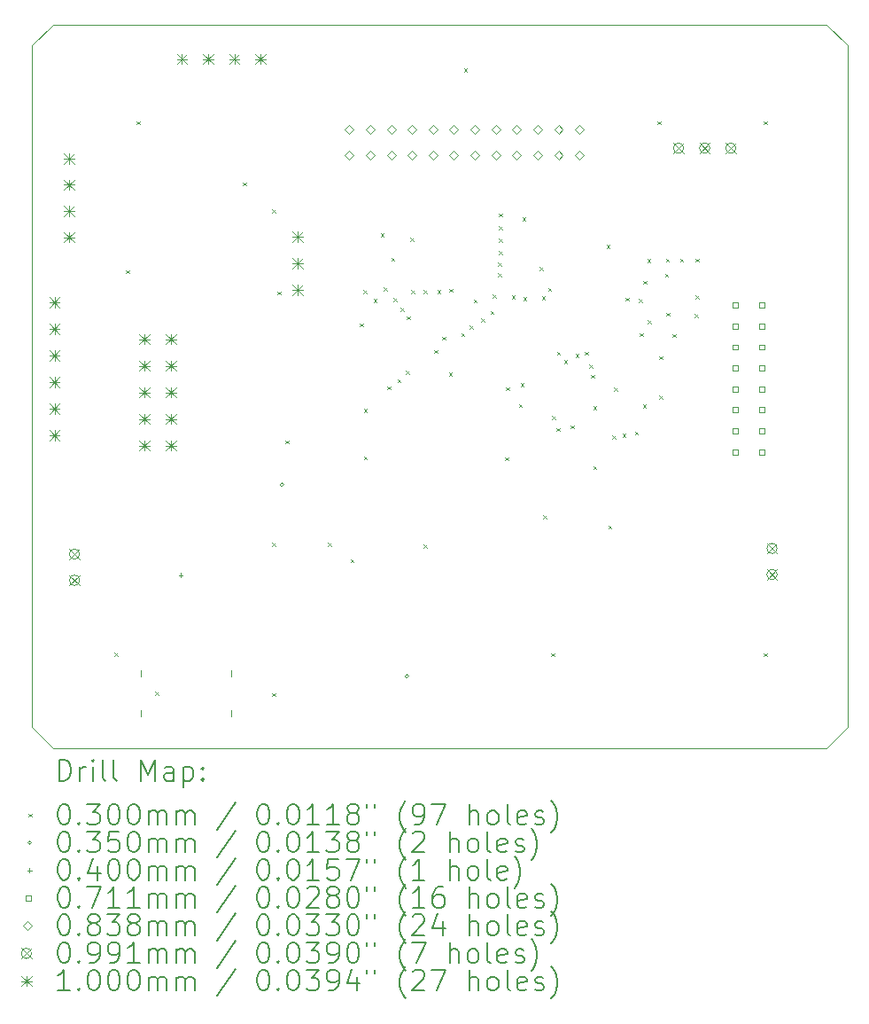
<source format=gbr>
%TF.GenerationSoftware,KiCad,Pcbnew,8.0.8-8.0.8-0~ubuntu24.04.1*%
%TF.CreationDate,2025-08-12T19:22:29-04:00*%
%TF.ProjectId,mainboard,6d61696e-626f-4617-9264-2e6b69636164,rev?*%
%TF.SameCoordinates,Original*%
%TF.FileFunction,Drillmap*%
%TF.FilePolarity,Positive*%
%FSLAX45Y45*%
G04 Gerber Fmt 4.5, Leading zero omitted, Abs format (unit mm)*
G04 Created by KiCad (PCBNEW 8.0.8-8.0.8-0~ubuntu24.04.1) date 2025-08-12 19:22:29*
%MOMM*%
%LPD*%
G01*
G04 APERTURE LIST*
%ADD10C,0.050000*%
%ADD11C,0.010000*%
%ADD12C,0.200000*%
%ADD13C,0.100000*%
G04 APERTURE END LIST*
D10*
X6704000Y-2721000D02*
X14101800Y-2721000D01*
X6504000Y-9429800D02*
X6704000Y-9629800D01*
X14301800Y-9429800D02*
X14101800Y-9629800D01*
X6704000Y-9629800D02*
X14101800Y-9629800D01*
X6504000Y-2921000D02*
X6704000Y-2721000D01*
X14301800Y-2921000D02*
X14101800Y-2721000D01*
X6504000Y-2921000D02*
X6504000Y-9429800D01*
X14301800Y-2921000D02*
X14301800Y-9429800D01*
D11*
X7545400Y-9325000D02*
X7545400Y-9266580D01*
X8409000Y-9325000D02*
X8409000Y-9266580D01*
X7545400Y-8944000D02*
X7545400Y-8885580D01*
X8409000Y-8944000D02*
X8409000Y-8885580D01*
D12*
D13*
X7295050Y-8719028D02*
X7325050Y-8749028D01*
X7325050Y-8719028D02*
X7295050Y-8749028D01*
X7403400Y-5068200D02*
X7433400Y-5098200D01*
X7433400Y-5068200D02*
X7403400Y-5098200D01*
X7505000Y-3645800D02*
X7535000Y-3675800D01*
X7535000Y-3645800D02*
X7505000Y-3675800D01*
X7682800Y-9095620D02*
X7712800Y-9125620D01*
X7712800Y-9095620D02*
X7682800Y-9125620D01*
X8521000Y-4230000D02*
X8551000Y-4260000D01*
X8551000Y-4230000D02*
X8521000Y-4260000D01*
X8800400Y-4488000D02*
X8830400Y-4518000D01*
X8830400Y-4488000D02*
X8800400Y-4518000D01*
X8800400Y-7671700D02*
X8830400Y-7701700D01*
X8830400Y-7671700D02*
X8800400Y-7701700D01*
X8800400Y-9106800D02*
X8830400Y-9136800D01*
X8830400Y-9106800D02*
X8800400Y-9136800D01*
X8851200Y-5271400D02*
X8881200Y-5301400D01*
X8881200Y-5271400D02*
X8851200Y-5301400D01*
X8927400Y-6693800D02*
X8957400Y-6723800D01*
X8957400Y-6693800D02*
X8927400Y-6723800D01*
X9333800Y-7672000D02*
X9363800Y-7702000D01*
X9363800Y-7672000D02*
X9333800Y-7702000D01*
X9548900Y-7827800D02*
X9578900Y-7857800D01*
X9578900Y-7827800D02*
X9548900Y-7857800D01*
X9638900Y-5577800D02*
X9668900Y-5607800D01*
X9668900Y-5577800D02*
X9638900Y-5607800D01*
X9670150Y-5256550D02*
X9700150Y-5286550D01*
X9700150Y-5256550D02*
X9670150Y-5286550D01*
X9674680Y-6391020D02*
X9704680Y-6421020D01*
X9704680Y-6391020D02*
X9674680Y-6421020D01*
X9676700Y-6846200D02*
X9706700Y-6876200D01*
X9706700Y-6846200D02*
X9676700Y-6876200D01*
X9768900Y-5344718D02*
X9798900Y-5374718D01*
X9798900Y-5344718D02*
X9768900Y-5374718D01*
X9838900Y-4717800D02*
X9868900Y-4747800D01*
X9868900Y-4717800D02*
X9838900Y-4747800D01*
X9868900Y-5233300D02*
X9898900Y-5263300D01*
X9898900Y-5233300D02*
X9868900Y-5263300D01*
X9898900Y-6177800D02*
X9928900Y-6207800D01*
X9928900Y-6177800D02*
X9898900Y-6207800D01*
X9938900Y-4947800D02*
X9968900Y-4977800D01*
X9968900Y-4947800D02*
X9938900Y-4977800D01*
X9958900Y-5334770D02*
X9988900Y-5364770D01*
X9988900Y-5334770D02*
X9958900Y-5364770D01*
X9998900Y-6107800D02*
X10028900Y-6137800D01*
X10028900Y-6107800D02*
X9998900Y-6137800D01*
X10028900Y-5427800D02*
X10058900Y-5457800D01*
X10058900Y-5427800D02*
X10028900Y-5457800D01*
X10078900Y-6027800D02*
X10108900Y-6057800D01*
X10108900Y-6027800D02*
X10078900Y-6057800D01*
X10088900Y-5507800D02*
X10118900Y-5537800D01*
X10118900Y-5507800D02*
X10088900Y-5537800D01*
X10118900Y-4757800D02*
X10148900Y-4787800D01*
X10148900Y-4757800D02*
X10118900Y-4787800D01*
X10128900Y-5257800D02*
X10158900Y-5287800D01*
X10158900Y-5257800D02*
X10128900Y-5287800D01*
X10248900Y-5257800D02*
X10278900Y-5287800D01*
X10278900Y-5257800D02*
X10248900Y-5287800D01*
X10248900Y-7687800D02*
X10278900Y-7717800D01*
X10278900Y-7687800D02*
X10248900Y-7717800D01*
X10349800Y-5830200D02*
X10379800Y-5860200D01*
X10379800Y-5830200D02*
X10349800Y-5860200D01*
X10378900Y-5257800D02*
X10408900Y-5287800D01*
X10408900Y-5257800D02*
X10378900Y-5287800D01*
X10425150Y-5704050D02*
X10455150Y-5734050D01*
X10455150Y-5704050D02*
X10425150Y-5734050D01*
X10488900Y-6047800D02*
X10518900Y-6077800D01*
X10518900Y-6047800D02*
X10488900Y-6077800D01*
X10495214Y-5244114D02*
X10525214Y-5274114D01*
X10525214Y-5244114D02*
X10495214Y-5274114D01*
X10608900Y-5667800D02*
X10638900Y-5697800D01*
X10638900Y-5667800D02*
X10608900Y-5697800D01*
X10631794Y-3140986D02*
X10661794Y-3170986D01*
X10661794Y-3140986D02*
X10631794Y-3170986D01*
X10688900Y-5597800D02*
X10718900Y-5627800D01*
X10718900Y-5597800D02*
X10688900Y-5627800D01*
X10727630Y-5346530D02*
X10757630Y-5376530D01*
X10757630Y-5346530D02*
X10727630Y-5376530D01*
X10798900Y-5527800D02*
X10828900Y-5557800D01*
X10828900Y-5527800D02*
X10798900Y-5557800D01*
X10888900Y-5457800D02*
X10918900Y-5487800D01*
X10918900Y-5457800D02*
X10888900Y-5487800D01*
X10906400Y-5300300D02*
X10936400Y-5330300D01*
X10936400Y-5300300D02*
X10906400Y-5330300D01*
X10958900Y-4997800D02*
X10988900Y-5027800D01*
X10988900Y-4997800D02*
X10958900Y-5027800D01*
X10958900Y-5097800D02*
X10988900Y-5127800D01*
X10988900Y-5097800D02*
X10958900Y-5127800D01*
X10968900Y-4527800D02*
X10998900Y-4557800D01*
X10998900Y-4527800D02*
X10968900Y-4557800D01*
X10968900Y-4647800D02*
X10998900Y-4677800D01*
X10998900Y-4647800D02*
X10968900Y-4677800D01*
X10968900Y-4767800D02*
X10998900Y-4797800D01*
X10998900Y-4767800D02*
X10968900Y-4797800D01*
X10968900Y-4887800D02*
X10998900Y-4917800D01*
X10998900Y-4887800D02*
X10968900Y-4917800D01*
X11028900Y-6853600D02*
X11058900Y-6883600D01*
X11058900Y-6853600D02*
X11028900Y-6883600D01*
X11035600Y-6185800D02*
X11065600Y-6215800D01*
X11065600Y-6185800D02*
X11035600Y-6215800D01*
X11088900Y-5307800D02*
X11118900Y-5337800D01*
X11118900Y-5307800D02*
X11088900Y-5337800D01*
X11158900Y-6347800D02*
X11188900Y-6377800D01*
X11188900Y-6347800D02*
X11158900Y-6377800D01*
X11175300Y-6147700D02*
X11205300Y-6177700D01*
X11205300Y-6147700D02*
X11175300Y-6177700D01*
X11191749Y-4564167D02*
X11221749Y-4594167D01*
X11221749Y-4564167D02*
X11191749Y-4594167D01*
X11198900Y-5327800D02*
X11228900Y-5357800D01*
X11228900Y-5327800D02*
X11198900Y-5357800D01*
X11358900Y-5037800D02*
X11388900Y-5067800D01*
X11388900Y-5037800D02*
X11358900Y-5067800D01*
X11378900Y-5317800D02*
X11408900Y-5347800D01*
X11408900Y-5317800D02*
X11378900Y-5347800D01*
X11388900Y-7407800D02*
X11418900Y-7437800D01*
X11418900Y-7407800D02*
X11388900Y-7437800D01*
X11438900Y-5237800D02*
X11468900Y-5267800D01*
X11468900Y-5237800D02*
X11438900Y-5267800D01*
X11467400Y-8725800D02*
X11497400Y-8755800D01*
X11497400Y-8725800D02*
X11467400Y-8755800D01*
X11477552Y-6459148D02*
X11507552Y-6489148D01*
X11507552Y-6459148D02*
X11477552Y-6489148D01*
X11515932Y-6574055D02*
X11545932Y-6604055D01*
X11545932Y-6574055D02*
X11515932Y-6604055D01*
X11523740Y-5847800D02*
X11553740Y-5877800D01*
X11553740Y-5847800D02*
X11523740Y-5877800D01*
X11588900Y-5927800D02*
X11618900Y-5957800D01*
X11618900Y-5927800D02*
X11588900Y-5957800D01*
X11653523Y-6551027D02*
X11683523Y-6581027D01*
X11683523Y-6551027D02*
X11653523Y-6581027D01*
X11701587Y-5869628D02*
X11731587Y-5899628D01*
X11731587Y-5869628D02*
X11701587Y-5899628D01*
X11788900Y-5847800D02*
X11818900Y-5877800D01*
X11818900Y-5847800D02*
X11788900Y-5877800D01*
X11828900Y-5967800D02*
X11858900Y-5997800D01*
X11858900Y-5967800D02*
X11828900Y-5997800D01*
X11848900Y-6067800D02*
X11878900Y-6097800D01*
X11878900Y-6067800D02*
X11848900Y-6097800D01*
X11868900Y-6367800D02*
X11898900Y-6397800D01*
X11898900Y-6367800D02*
X11868900Y-6397800D01*
X11868900Y-6937800D02*
X11898900Y-6967800D01*
X11898900Y-6937800D02*
X11868900Y-6967800D01*
X11996694Y-4826047D02*
X12026694Y-4856047D01*
X12026694Y-4826047D02*
X11996694Y-4856047D01*
X12013500Y-7506600D02*
X12043500Y-7536600D01*
X12043500Y-7506600D02*
X12013500Y-7536600D01*
X12048900Y-6647640D02*
X12078900Y-6677640D01*
X12078900Y-6647640D02*
X12048900Y-6677640D01*
X12068900Y-6187800D02*
X12098900Y-6217800D01*
X12098900Y-6187800D02*
X12068900Y-6217800D01*
X12148900Y-6627800D02*
X12178900Y-6657800D01*
X12178900Y-6627800D02*
X12148900Y-6657800D01*
X12176669Y-5330031D02*
X12206669Y-5360031D01*
X12206669Y-5330031D02*
X12176669Y-5360031D01*
X12268900Y-6607800D02*
X12298900Y-6637800D01*
X12298900Y-6607800D02*
X12268900Y-6637800D01*
X12303900Y-5342800D02*
X12333900Y-5372800D01*
X12333900Y-5342800D02*
X12303900Y-5372800D01*
X12312907Y-5667800D02*
X12342907Y-5697800D01*
X12342907Y-5667800D02*
X12312907Y-5697800D01*
X12343700Y-6350900D02*
X12373700Y-6380900D01*
X12373700Y-6350900D02*
X12343700Y-6380900D01*
X12348900Y-5167800D02*
X12378900Y-5197800D01*
X12378900Y-5167800D02*
X12348900Y-5197800D01*
X12384750Y-4963650D02*
X12414750Y-4993650D01*
X12414750Y-4963650D02*
X12384750Y-4993650D01*
X12388900Y-5547800D02*
X12418900Y-5577800D01*
X12418900Y-5547800D02*
X12388900Y-5577800D01*
X12483400Y-3645800D02*
X12513400Y-3675800D01*
X12513400Y-3645800D02*
X12483400Y-3675800D01*
X12498900Y-5887800D02*
X12528900Y-5917800D01*
X12528900Y-5887800D02*
X12498900Y-5917800D01*
X12498900Y-6267800D02*
X12528900Y-6297800D01*
X12528900Y-6267800D02*
X12498900Y-6297800D01*
X12553900Y-5102640D02*
X12583900Y-5132640D01*
X12583900Y-5102640D02*
X12553900Y-5132640D01*
X12562666Y-4956813D02*
X12592666Y-4986813D01*
X12592666Y-4956813D02*
X12562666Y-4986813D01*
X12568900Y-5472960D02*
X12598900Y-5502960D01*
X12598900Y-5472960D02*
X12568900Y-5502960D01*
X12628900Y-5677800D02*
X12658900Y-5707800D01*
X12658900Y-5677800D02*
X12628900Y-5707800D01*
X12697150Y-4956050D02*
X12727150Y-4986050D01*
X12727150Y-4956050D02*
X12697150Y-4986050D01*
X12838900Y-5487800D02*
X12868900Y-5517800D01*
X12868900Y-5487800D02*
X12838900Y-5517800D01*
X12848900Y-4956813D02*
X12878900Y-4986813D01*
X12878900Y-4956813D02*
X12848900Y-4986813D01*
X12848900Y-5307800D02*
X12878900Y-5337800D01*
X12878900Y-5307800D02*
X12848900Y-5337800D01*
X13499400Y-3645800D02*
X13529400Y-3675800D01*
X13529400Y-3645800D02*
X13499400Y-3675800D01*
X13499400Y-8725800D02*
X13529400Y-8755800D01*
X13529400Y-8725800D02*
X13499400Y-8755800D01*
X8909100Y-7115200D02*
G75*
G02*
X8874100Y-7115200I-17500J0D01*
G01*
X8874100Y-7115200D02*
G75*
G02*
X8909100Y-7115200I17500J0D01*
G01*
X10102900Y-8944000D02*
G75*
G02*
X10067900Y-8944000I-17500J0D01*
G01*
X10067900Y-8944000D02*
G75*
G02*
X10102900Y-8944000I17500J0D01*
G01*
X7926400Y-7958800D02*
X7926400Y-7998800D01*
X7906400Y-7978800D02*
X7946400Y-7978800D01*
X13255045Y-5427945D02*
X13255045Y-5377655D01*
X13204755Y-5377655D01*
X13204755Y-5427945D01*
X13255045Y-5427945D01*
X13255045Y-5627945D02*
X13255045Y-5577655D01*
X13204755Y-5577655D01*
X13204755Y-5627945D01*
X13255045Y-5627945D01*
X13255045Y-5827945D02*
X13255045Y-5777655D01*
X13204755Y-5777655D01*
X13204755Y-5827945D01*
X13255045Y-5827945D01*
X13255045Y-6027945D02*
X13255045Y-5977655D01*
X13204755Y-5977655D01*
X13204755Y-6027945D01*
X13255045Y-6027945D01*
X13255045Y-6227945D02*
X13255045Y-6177655D01*
X13204755Y-6177655D01*
X13204755Y-6227945D01*
X13255045Y-6227945D01*
X13255045Y-6427945D02*
X13255045Y-6377655D01*
X13204755Y-6377655D01*
X13204755Y-6427945D01*
X13255045Y-6427945D01*
X13255045Y-6627945D02*
X13255045Y-6577655D01*
X13204755Y-6577655D01*
X13204755Y-6627945D01*
X13255045Y-6627945D01*
X13255045Y-6827945D02*
X13255045Y-6777655D01*
X13204755Y-6777655D01*
X13204755Y-6827945D01*
X13255045Y-6827945D01*
X13509045Y-5427945D02*
X13509045Y-5377655D01*
X13458755Y-5377655D01*
X13458755Y-5427945D01*
X13509045Y-5427945D01*
X13509045Y-5627945D02*
X13509045Y-5577655D01*
X13458755Y-5577655D01*
X13458755Y-5627945D01*
X13509045Y-5627945D01*
X13509045Y-5827945D02*
X13509045Y-5777655D01*
X13458755Y-5777655D01*
X13458755Y-5827945D01*
X13509045Y-5827945D01*
X13509045Y-6027945D02*
X13509045Y-5977655D01*
X13458755Y-5977655D01*
X13458755Y-6027945D01*
X13509045Y-6027945D01*
X13509045Y-6227945D02*
X13509045Y-6177655D01*
X13458755Y-6177655D01*
X13458755Y-6227945D01*
X13509045Y-6227945D01*
X13509045Y-6427945D02*
X13509045Y-6377655D01*
X13458755Y-6377655D01*
X13458755Y-6427945D01*
X13509045Y-6427945D01*
X13509045Y-6627945D02*
X13509045Y-6577655D01*
X13458755Y-6577655D01*
X13458755Y-6627945D01*
X13509045Y-6627945D01*
X13509045Y-6827945D02*
X13509045Y-6777655D01*
X13458755Y-6777655D01*
X13458755Y-6827945D01*
X13509045Y-6827945D01*
X9537240Y-3764541D02*
X9579150Y-3722631D01*
X9537240Y-3680721D01*
X9495330Y-3722631D01*
X9537240Y-3764541D01*
X9537240Y-4014541D02*
X9579150Y-3972631D01*
X9537240Y-3930721D01*
X9495330Y-3972631D01*
X9537240Y-4014541D01*
X9737240Y-3764541D02*
X9779150Y-3722631D01*
X9737240Y-3680721D01*
X9695330Y-3722631D01*
X9737240Y-3764541D01*
X9737240Y-4014541D02*
X9779150Y-3972631D01*
X9737240Y-3930721D01*
X9695330Y-3972631D01*
X9737240Y-4014541D01*
X9937240Y-3764541D02*
X9979150Y-3722631D01*
X9937240Y-3680721D01*
X9895330Y-3722631D01*
X9937240Y-3764541D01*
X9937240Y-4014541D02*
X9979150Y-3972631D01*
X9937240Y-3930721D01*
X9895330Y-3972631D01*
X9937240Y-4014541D01*
X10137240Y-3764541D02*
X10179150Y-3722631D01*
X10137240Y-3680721D01*
X10095330Y-3722631D01*
X10137240Y-3764541D01*
X10137240Y-4014541D02*
X10179150Y-3972631D01*
X10137240Y-3930721D01*
X10095330Y-3972631D01*
X10137240Y-4014541D01*
X10337240Y-3764541D02*
X10379150Y-3722631D01*
X10337240Y-3680721D01*
X10295330Y-3722631D01*
X10337240Y-3764541D01*
X10337240Y-4014541D02*
X10379150Y-3972631D01*
X10337240Y-3930721D01*
X10295330Y-3972631D01*
X10337240Y-4014541D01*
X10537240Y-3764541D02*
X10579150Y-3722631D01*
X10537240Y-3680721D01*
X10495330Y-3722631D01*
X10537240Y-3764541D01*
X10537240Y-4014541D02*
X10579150Y-3972631D01*
X10537240Y-3930721D01*
X10495330Y-3972631D01*
X10537240Y-4014541D01*
X10737240Y-3764541D02*
X10779150Y-3722631D01*
X10737240Y-3680721D01*
X10695330Y-3722631D01*
X10737240Y-3764541D01*
X10737240Y-4014541D02*
X10779150Y-3972631D01*
X10737240Y-3930721D01*
X10695330Y-3972631D01*
X10737240Y-4014541D01*
X10937240Y-3764541D02*
X10979150Y-3722631D01*
X10937240Y-3680721D01*
X10895330Y-3722631D01*
X10937240Y-3764541D01*
X10937240Y-4014541D02*
X10979150Y-3972631D01*
X10937240Y-3930721D01*
X10895330Y-3972631D01*
X10937240Y-4014541D01*
X11137240Y-3764541D02*
X11179150Y-3722631D01*
X11137240Y-3680721D01*
X11095330Y-3722631D01*
X11137240Y-3764541D01*
X11137240Y-4014541D02*
X11179150Y-3972631D01*
X11137240Y-3930721D01*
X11095330Y-3972631D01*
X11137240Y-4014541D01*
X11337240Y-3764541D02*
X11379150Y-3722631D01*
X11337240Y-3680721D01*
X11295330Y-3722631D01*
X11337240Y-3764541D01*
X11337240Y-4014541D02*
X11379150Y-3972631D01*
X11337240Y-3930721D01*
X11295330Y-3972631D01*
X11337240Y-4014541D01*
X11537240Y-3764541D02*
X11579150Y-3722631D01*
X11537240Y-3680721D01*
X11495330Y-3722631D01*
X11537240Y-3764541D01*
X11537240Y-4014541D02*
X11579150Y-3972631D01*
X11537240Y-3930721D01*
X11495330Y-3972631D01*
X11537240Y-4014541D01*
X11737240Y-3764541D02*
X11779150Y-3722631D01*
X11737240Y-3680721D01*
X11695330Y-3722631D01*
X11737240Y-3764541D01*
X11737240Y-4014541D02*
X11779150Y-3972631D01*
X11737240Y-3930721D01*
X11695330Y-3972631D01*
X11737240Y-4014541D01*
X6860870Y-7730070D02*
X6959930Y-7829130D01*
X6959930Y-7730070D02*
X6860870Y-7829130D01*
X6959930Y-7779600D02*
G75*
G02*
X6860870Y-7779600I-49530J0D01*
G01*
X6860870Y-7779600D02*
G75*
G02*
X6959930Y-7779600I49530J0D01*
G01*
X6860870Y-7980070D02*
X6959930Y-8079130D01*
X6959930Y-7980070D02*
X6860870Y-8079130D01*
X6959930Y-8029600D02*
G75*
G02*
X6860870Y-8029600I-49530J0D01*
G01*
X6860870Y-8029600D02*
G75*
G02*
X6959930Y-8029600I49530J0D01*
G01*
X12634370Y-3853270D02*
X12733430Y-3952330D01*
X12733430Y-3853270D02*
X12634370Y-3952330D01*
X12733430Y-3902800D02*
G75*
G02*
X12634370Y-3902800I-49530J0D01*
G01*
X12634370Y-3902800D02*
G75*
G02*
X12733430Y-3902800I49530J0D01*
G01*
X12884370Y-3853270D02*
X12983430Y-3952330D01*
X12983430Y-3853270D02*
X12884370Y-3952330D01*
X12983430Y-3902800D02*
G75*
G02*
X12884370Y-3902800I-49530J0D01*
G01*
X12884370Y-3902800D02*
G75*
G02*
X12983430Y-3902800I49530J0D01*
G01*
X13134370Y-3853270D02*
X13233430Y-3952330D01*
X13233430Y-3853270D02*
X13134370Y-3952330D01*
X13233430Y-3902800D02*
G75*
G02*
X13134370Y-3902800I-49530J0D01*
G01*
X13134370Y-3902800D02*
G75*
G02*
X13233430Y-3902800I49530J0D01*
G01*
X13528370Y-7675270D02*
X13627430Y-7774330D01*
X13627430Y-7675270D02*
X13528370Y-7774330D01*
X13627430Y-7724800D02*
G75*
G02*
X13528370Y-7724800I-49530J0D01*
G01*
X13528370Y-7724800D02*
G75*
G02*
X13627430Y-7724800I49530J0D01*
G01*
X13528370Y-7925270D02*
X13627430Y-8024330D01*
X13627430Y-7925270D02*
X13528370Y-8024330D01*
X13627430Y-7974800D02*
G75*
G02*
X13528370Y-7974800I-49530J0D01*
G01*
X13528370Y-7974800D02*
G75*
G02*
X13627430Y-7974800I49530J0D01*
G01*
X6669900Y-5325300D02*
X6769900Y-5425300D01*
X6769900Y-5325300D02*
X6669900Y-5425300D01*
X6719900Y-5325300D02*
X6719900Y-5425300D01*
X6669900Y-5375300D02*
X6769900Y-5375300D01*
X6669900Y-5579300D02*
X6769900Y-5679300D01*
X6769900Y-5579300D02*
X6669900Y-5679300D01*
X6719900Y-5579300D02*
X6719900Y-5679300D01*
X6669900Y-5629300D02*
X6769900Y-5629300D01*
X6669900Y-5833300D02*
X6769900Y-5933300D01*
X6769900Y-5833300D02*
X6669900Y-5933300D01*
X6719900Y-5833300D02*
X6719900Y-5933300D01*
X6669900Y-5883300D02*
X6769900Y-5883300D01*
X6669900Y-6087300D02*
X6769900Y-6187300D01*
X6769900Y-6087300D02*
X6669900Y-6187300D01*
X6719900Y-6087300D02*
X6719900Y-6187300D01*
X6669900Y-6137300D02*
X6769900Y-6137300D01*
X6669900Y-6341300D02*
X6769900Y-6441300D01*
X6769900Y-6341300D02*
X6669900Y-6441300D01*
X6719900Y-6341300D02*
X6719900Y-6441300D01*
X6669900Y-6391300D02*
X6769900Y-6391300D01*
X6669900Y-6595300D02*
X6769900Y-6695300D01*
X6769900Y-6595300D02*
X6669900Y-6695300D01*
X6719900Y-6595300D02*
X6719900Y-6695300D01*
X6669900Y-6645300D02*
X6769900Y-6645300D01*
X6809600Y-3953000D02*
X6909600Y-4053000D01*
X6909600Y-3953000D02*
X6809600Y-4053000D01*
X6859600Y-3953000D02*
X6859600Y-4053000D01*
X6809600Y-4003000D02*
X6909600Y-4003000D01*
X6809600Y-4203000D02*
X6909600Y-4303000D01*
X6909600Y-4203000D02*
X6809600Y-4303000D01*
X6859600Y-4203000D02*
X6859600Y-4303000D01*
X6809600Y-4253000D02*
X6909600Y-4253000D01*
X6809600Y-4453000D02*
X6909600Y-4553000D01*
X6909600Y-4453000D02*
X6809600Y-4553000D01*
X6859600Y-4453000D02*
X6859600Y-4553000D01*
X6809600Y-4503000D02*
X6909600Y-4503000D01*
X6809600Y-4703000D02*
X6909600Y-4803000D01*
X6909600Y-4703000D02*
X6809600Y-4803000D01*
X6859600Y-4703000D02*
X6859600Y-4803000D01*
X6809600Y-4753000D02*
X6909600Y-4753000D01*
X7531200Y-6184550D02*
X7631200Y-6284550D01*
X7631200Y-6184550D02*
X7531200Y-6284550D01*
X7581200Y-6184550D02*
X7581200Y-6284550D01*
X7531200Y-6234550D02*
X7631200Y-6234550D01*
X7531200Y-5676550D02*
X7631200Y-5776550D01*
X7631200Y-5676550D02*
X7531200Y-5776550D01*
X7581200Y-5676550D02*
X7581200Y-5776550D01*
X7531200Y-5726550D02*
X7631200Y-5726550D01*
X7531200Y-5930550D02*
X7631200Y-6030550D01*
X7631200Y-5930550D02*
X7531200Y-6030550D01*
X7581200Y-5930550D02*
X7581200Y-6030550D01*
X7531200Y-5980550D02*
X7631200Y-5980550D01*
X7531200Y-6438550D02*
X7631200Y-6538550D01*
X7631200Y-6438550D02*
X7531200Y-6538550D01*
X7581200Y-6438550D02*
X7581200Y-6538550D01*
X7531200Y-6488550D02*
X7631200Y-6488550D01*
X7531200Y-6692550D02*
X7631200Y-6792550D01*
X7631200Y-6692550D02*
X7531200Y-6792550D01*
X7581200Y-6692550D02*
X7581200Y-6792550D01*
X7531200Y-6742550D02*
X7631200Y-6742550D01*
X7785200Y-5676550D02*
X7885200Y-5776550D01*
X7885200Y-5676550D02*
X7785200Y-5776550D01*
X7835200Y-5676550D02*
X7835200Y-5776550D01*
X7785200Y-5726550D02*
X7885200Y-5726550D01*
X7785200Y-5930550D02*
X7885200Y-6030550D01*
X7885200Y-5930550D02*
X7785200Y-6030550D01*
X7835200Y-5930550D02*
X7835200Y-6030550D01*
X7785200Y-5980550D02*
X7885200Y-5980550D01*
X7785200Y-6438550D02*
X7885200Y-6538550D01*
X7885200Y-6438550D02*
X7785200Y-6538550D01*
X7835200Y-6438550D02*
X7835200Y-6538550D01*
X7785200Y-6488550D02*
X7885200Y-6488550D01*
X7785200Y-6692550D02*
X7885200Y-6792550D01*
X7885200Y-6692550D02*
X7785200Y-6792550D01*
X7835200Y-6692550D02*
X7835200Y-6792550D01*
X7785200Y-6742550D02*
X7885200Y-6742550D01*
X7785200Y-6184550D02*
X7885200Y-6284550D01*
X7885200Y-6184550D02*
X7785200Y-6284550D01*
X7835200Y-6184550D02*
X7835200Y-6284550D01*
X7785200Y-6234550D02*
X7885200Y-6234550D01*
X7888400Y-3001200D02*
X7988400Y-3101200D01*
X7988400Y-3001200D02*
X7888400Y-3101200D01*
X7938400Y-3001200D02*
X7938400Y-3101200D01*
X7888400Y-3051200D02*
X7988400Y-3051200D01*
X8138400Y-3001200D02*
X8238400Y-3101200D01*
X8238400Y-3001200D02*
X8138400Y-3101200D01*
X8188400Y-3001200D02*
X8188400Y-3101200D01*
X8138400Y-3051200D02*
X8238400Y-3051200D01*
X8388400Y-3001200D02*
X8488400Y-3101200D01*
X8488400Y-3001200D02*
X8388400Y-3101200D01*
X8438400Y-3001200D02*
X8438400Y-3101200D01*
X8388400Y-3051200D02*
X8488400Y-3051200D01*
X8638400Y-3001200D02*
X8738400Y-3101200D01*
X8738400Y-3001200D02*
X8638400Y-3101200D01*
X8688400Y-3001200D02*
X8688400Y-3101200D01*
X8638400Y-3051200D02*
X8738400Y-3051200D01*
X8994000Y-4698800D02*
X9094000Y-4798800D01*
X9094000Y-4698800D02*
X8994000Y-4798800D01*
X9044000Y-4698800D02*
X9044000Y-4798800D01*
X8994000Y-4748800D02*
X9094000Y-4748800D01*
X8994000Y-4952800D02*
X9094000Y-5052800D01*
X9094000Y-4952800D02*
X8994000Y-5052800D01*
X9044000Y-4952800D02*
X9044000Y-5052800D01*
X8994000Y-5002800D02*
X9094000Y-5002800D01*
X8994000Y-5206800D02*
X9094000Y-5306800D01*
X9094000Y-5206800D02*
X8994000Y-5306800D01*
X9044000Y-5206800D02*
X9044000Y-5306800D01*
X8994000Y-5256800D02*
X9094000Y-5256800D01*
D12*
X6762277Y-9943784D02*
X6762277Y-9743784D01*
X6762277Y-9743784D02*
X6809896Y-9743784D01*
X6809896Y-9743784D02*
X6838467Y-9753308D01*
X6838467Y-9753308D02*
X6857515Y-9772355D01*
X6857515Y-9772355D02*
X6867039Y-9791403D01*
X6867039Y-9791403D02*
X6876562Y-9829498D01*
X6876562Y-9829498D02*
X6876562Y-9858070D01*
X6876562Y-9858070D02*
X6867039Y-9896165D01*
X6867039Y-9896165D02*
X6857515Y-9915212D01*
X6857515Y-9915212D02*
X6838467Y-9934260D01*
X6838467Y-9934260D02*
X6809896Y-9943784D01*
X6809896Y-9943784D02*
X6762277Y-9943784D01*
X6962277Y-9943784D02*
X6962277Y-9810450D01*
X6962277Y-9848546D02*
X6971801Y-9829498D01*
X6971801Y-9829498D02*
X6981324Y-9819974D01*
X6981324Y-9819974D02*
X7000372Y-9810450D01*
X7000372Y-9810450D02*
X7019420Y-9810450D01*
X7086086Y-9943784D02*
X7086086Y-9810450D01*
X7086086Y-9743784D02*
X7076562Y-9753308D01*
X7076562Y-9753308D02*
X7086086Y-9762831D01*
X7086086Y-9762831D02*
X7095610Y-9753308D01*
X7095610Y-9753308D02*
X7086086Y-9743784D01*
X7086086Y-9743784D02*
X7086086Y-9762831D01*
X7209896Y-9943784D02*
X7190848Y-9934260D01*
X7190848Y-9934260D02*
X7181324Y-9915212D01*
X7181324Y-9915212D02*
X7181324Y-9743784D01*
X7314658Y-9943784D02*
X7295610Y-9934260D01*
X7295610Y-9934260D02*
X7286086Y-9915212D01*
X7286086Y-9915212D02*
X7286086Y-9743784D01*
X7543229Y-9943784D02*
X7543229Y-9743784D01*
X7543229Y-9743784D02*
X7609896Y-9886641D01*
X7609896Y-9886641D02*
X7676562Y-9743784D01*
X7676562Y-9743784D02*
X7676562Y-9943784D01*
X7857515Y-9943784D02*
X7857515Y-9839022D01*
X7857515Y-9839022D02*
X7847991Y-9819974D01*
X7847991Y-9819974D02*
X7828943Y-9810450D01*
X7828943Y-9810450D02*
X7790848Y-9810450D01*
X7790848Y-9810450D02*
X7771801Y-9819974D01*
X7857515Y-9934260D02*
X7838467Y-9943784D01*
X7838467Y-9943784D02*
X7790848Y-9943784D01*
X7790848Y-9943784D02*
X7771801Y-9934260D01*
X7771801Y-9934260D02*
X7762277Y-9915212D01*
X7762277Y-9915212D02*
X7762277Y-9896165D01*
X7762277Y-9896165D02*
X7771801Y-9877117D01*
X7771801Y-9877117D02*
X7790848Y-9867593D01*
X7790848Y-9867593D02*
X7838467Y-9867593D01*
X7838467Y-9867593D02*
X7857515Y-9858070D01*
X7952753Y-9810450D02*
X7952753Y-10010450D01*
X7952753Y-9819974D02*
X7971801Y-9810450D01*
X7971801Y-9810450D02*
X8009896Y-9810450D01*
X8009896Y-9810450D02*
X8028943Y-9819974D01*
X8028943Y-9819974D02*
X8038467Y-9829498D01*
X8038467Y-9829498D02*
X8047991Y-9848546D01*
X8047991Y-9848546D02*
X8047991Y-9905689D01*
X8047991Y-9905689D02*
X8038467Y-9924736D01*
X8038467Y-9924736D02*
X8028943Y-9934260D01*
X8028943Y-9934260D02*
X8009896Y-9943784D01*
X8009896Y-9943784D02*
X7971801Y-9943784D01*
X7971801Y-9943784D02*
X7952753Y-9934260D01*
X8133705Y-9924736D02*
X8143229Y-9934260D01*
X8143229Y-9934260D02*
X8133705Y-9943784D01*
X8133705Y-9943784D02*
X8124182Y-9934260D01*
X8124182Y-9934260D02*
X8133705Y-9924736D01*
X8133705Y-9924736D02*
X8133705Y-9943784D01*
X8133705Y-9819974D02*
X8143229Y-9829498D01*
X8143229Y-9829498D02*
X8133705Y-9839022D01*
X8133705Y-9839022D02*
X8124182Y-9829498D01*
X8124182Y-9829498D02*
X8133705Y-9819974D01*
X8133705Y-9819974D02*
X8133705Y-9839022D01*
D13*
X6471500Y-10257300D02*
X6501500Y-10287300D01*
X6501500Y-10257300D02*
X6471500Y-10287300D01*
D12*
X6800372Y-10163784D02*
X6819420Y-10163784D01*
X6819420Y-10163784D02*
X6838467Y-10173308D01*
X6838467Y-10173308D02*
X6847991Y-10182831D01*
X6847991Y-10182831D02*
X6857515Y-10201879D01*
X6857515Y-10201879D02*
X6867039Y-10239974D01*
X6867039Y-10239974D02*
X6867039Y-10287593D01*
X6867039Y-10287593D02*
X6857515Y-10325689D01*
X6857515Y-10325689D02*
X6847991Y-10344736D01*
X6847991Y-10344736D02*
X6838467Y-10354260D01*
X6838467Y-10354260D02*
X6819420Y-10363784D01*
X6819420Y-10363784D02*
X6800372Y-10363784D01*
X6800372Y-10363784D02*
X6781324Y-10354260D01*
X6781324Y-10354260D02*
X6771801Y-10344736D01*
X6771801Y-10344736D02*
X6762277Y-10325689D01*
X6762277Y-10325689D02*
X6752753Y-10287593D01*
X6752753Y-10287593D02*
X6752753Y-10239974D01*
X6752753Y-10239974D02*
X6762277Y-10201879D01*
X6762277Y-10201879D02*
X6771801Y-10182831D01*
X6771801Y-10182831D02*
X6781324Y-10173308D01*
X6781324Y-10173308D02*
X6800372Y-10163784D01*
X6952753Y-10344736D02*
X6962277Y-10354260D01*
X6962277Y-10354260D02*
X6952753Y-10363784D01*
X6952753Y-10363784D02*
X6943229Y-10354260D01*
X6943229Y-10354260D02*
X6952753Y-10344736D01*
X6952753Y-10344736D02*
X6952753Y-10363784D01*
X7028943Y-10163784D02*
X7152753Y-10163784D01*
X7152753Y-10163784D02*
X7086086Y-10239974D01*
X7086086Y-10239974D02*
X7114658Y-10239974D01*
X7114658Y-10239974D02*
X7133705Y-10249498D01*
X7133705Y-10249498D02*
X7143229Y-10259022D01*
X7143229Y-10259022D02*
X7152753Y-10278070D01*
X7152753Y-10278070D02*
X7152753Y-10325689D01*
X7152753Y-10325689D02*
X7143229Y-10344736D01*
X7143229Y-10344736D02*
X7133705Y-10354260D01*
X7133705Y-10354260D02*
X7114658Y-10363784D01*
X7114658Y-10363784D02*
X7057515Y-10363784D01*
X7057515Y-10363784D02*
X7038467Y-10354260D01*
X7038467Y-10354260D02*
X7028943Y-10344736D01*
X7276562Y-10163784D02*
X7295610Y-10163784D01*
X7295610Y-10163784D02*
X7314658Y-10173308D01*
X7314658Y-10173308D02*
X7324182Y-10182831D01*
X7324182Y-10182831D02*
X7333705Y-10201879D01*
X7333705Y-10201879D02*
X7343229Y-10239974D01*
X7343229Y-10239974D02*
X7343229Y-10287593D01*
X7343229Y-10287593D02*
X7333705Y-10325689D01*
X7333705Y-10325689D02*
X7324182Y-10344736D01*
X7324182Y-10344736D02*
X7314658Y-10354260D01*
X7314658Y-10354260D02*
X7295610Y-10363784D01*
X7295610Y-10363784D02*
X7276562Y-10363784D01*
X7276562Y-10363784D02*
X7257515Y-10354260D01*
X7257515Y-10354260D02*
X7247991Y-10344736D01*
X7247991Y-10344736D02*
X7238467Y-10325689D01*
X7238467Y-10325689D02*
X7228943Y-10287593D01*
X7228943Y-10287593D02*
X7228943Y-10239974D01*
X7228943Y-10239974D02*
X7238467Y-10201879D01*
X7238467Y-10201879D02*
X7247991Y-10182831D01*
X7247991Y-10182831D02*
X7257515Y-10173308D01*
X7257515Y-10173308D02*
X7276562Y-10163784D01*
X7467039Y-10163784D02*
X7486086Y-10163784D01*
X7486086Y-10163784D02*
X7505134Y-10173308D01*
X7505134Y-10173308D02*
X7514658Y-10182831D01*
X7514658Y-10182831D02*
X7524182Y-10201879D01*
X7524182Y-10201879D02*
X7533705Y-10239974D01*
X7533705Y-10239974D02*
X7533705Y-10287593D01*
X7533705Y-10287593D02*
X7524182Y-10325689D01*
X7524182Y-10325689D02*
X7514658Y-10344736D01*
X7514658Y-10344736D02*
X7505134Y-10354260D01*
X7505134Y-10354260D02*
X7486086Y-10363784D01*
X7486086Y-10363784D02*
X7467039Y-10363784D01*
X7467039Y-10363784D02*
X7447991Y-10354260D01*
X7447991Y-10354260D02*
X7438467Y-10344736D01*
X7438467Y-10344736D02*
X7428943Y-10325689D01*
X7428943Y-10325689D02*
X7419420Y-10287593D01*
X7419420Y-10287593D02*
X7419420Y-10239974D01*
X7419420Y-10239974D02*
X7428943Y-10201879D01*
X7428943Y-10201879D02*
X7438467Y-10182831D01*
X7438467Y-10182831D02*
X7447991Y-10173308D01*
X7447991Y-10173308D02*
X7467039Y-10163784D01*
X7619420Y-10363784D02*
X7619420Y-10230450D01*
X7619420Y-10249498D02*
X7628943Y-10239974D01*
X7628943Y-10239974D02*
X7647991Y-10230450D01*
X7647991Y-10230450D02*
X7676563Y-10230450D01*
X7676563Y-10230450D02*
X7695610Y-10239974D01*
X7695610Y-10239974D02*
X7705134Y-10259022D01*
X7705134Y-10259022D02*
X7705134Y-10363784D01*
X7705134Y-10259022D02*
X7714658Y-10239974D01*
X7714658Y-10239974D02*
X7733705Y-10230450D01*
X7733705Y-10230450D02*
X7762277Y-10230450D01*
X7762277Y-10230450D02*
X7781324Y-10239974D01*
X7781324Y-10239974D02*
X7790848Y-10259022D01*
X7790848Y-10259022D02*
X7790848Y-10363784D01*
X7886086Y-10363784D02*
X7886086Y-10230450D01*
X7886086Y-10249498D02*
X7895610Y-10239974D01*
X7895610Y-10239974D02*
X7914658Y-10230450D01*
X7914658Y-10230450D02*
X7943229Y-10230450D01*
X7943229Y-10230450D02*
X7962277Y-10239974D01*
X7962277Y-10239974D02*
X7971801Y-10259022D01*
X7971801Y-10259022D02*
X7971801Y-10363784D01*
X7971801Y-10259022D02*
X7981324Y-10239974D01*
X7981324Y-10239974D02*
X8000372Y-10230450D01*
X8000372Y-10230450D02*
X8028943Y-10230450D01*
X8028943Y-10230450D02*
X8047991Y-10239974D01*
X8047991Y-10239974D02*
X8057515Y-10259022D01*
X8057515Y-10259022D02*
X8057515Y-10363784D01*
X8447991Y-10154260D02*
X8276563Y-10411403D01*
X8705134Y-10163784D02*
X8724182Y-10163784D01*
X8724182Y-10163784D02*
X8743229Y-10173308D01*
X8743229Y-10173308D02*
X8752753Y-10182831D01*
X8752753Y-10182831D02*
X8762277Y-10201879D01*
X8762277Y-10201879D02*
X8771801Y-10239974D01*
X8771801Y-10239974D02*
X8771801Y-10287593D01*
X8771801Y-10287593D02*
X8762277Y-10325689D01*
X8762277Y-10325689D02*
X8752753Y-10344736D01*
X8752753Y-10344736D02*
X8743229Y-10354260D01*
X8743229Y-10354260D02*
X8724182Y-10363784D01*
X8724182Y-10363784D02*
X8705134Y-10363784D01*
X8705134Y-10363784D02*
X8686087Y-10354260D01*
X8686087Y-10354260D02*
X8676563Y-10344736D01*
X8676563Y-10344736D02*
X8667039Y-10325689D01*
X8667039Y-10325689D02*
X8657515Y-10287593D01*
X8657515Y-10287593D02*
X8657515Y-10239974D01*
X8657515Y-10239974D02*
X8667039Y-10201879D01*
X8667039Y-10201879D02*
X8676563Y-10182831D01*
X8676563Y-10182831D02*
X8686087Y-10173308D01*
X8686087Y-10173308D02*
X8705134Y-10163784D01*
X8857515Y-10344736D02*
X8867039Y-10354260D01*
X8867039Y-10354260D02*
X8857515Y-10363784D01*
X8857515Y-10363784D02*
X8847991Y-10354260D01*
X8847991Y-10354260D02*
X8857515Y-10344736D01*
X8857515Y-10344736D02*
X8857515Y-10363784D01*
X8990848Y-10163784D02*
X9009896Y-10163784D01*
X9009896Y-10163784D02*
X9028944Y-10173308D01*
X9028944Y-10173308D02*
X9038468Y-10182831D01*
X9038468Y-10182831D02*
X9047991Y-10201879D01*
X9047991Y-10201879D02*
X9057515Y-10239974D01*
X9057515Y-10239974D02*
X9057515Y-10287593D01*
X9057515Y-10287593D02*
X9047991Y-10325689D01*
X9047991Y-10325689D02*
X9038468Y-10344736D01*
X9038468Y-10344736D02*
X9028944Y-10354260D01*
X9028944Y-10354260D02*
X9009896Y-10363784D01*
X9009896Y-10363784D02*
X8990848Y-10363784D01*
X8990848Y-10363784D02*
X8971801Y-10354260D01*
X8971801Y-10354260D02*
X8962277Y-10344736D01*
X8962277Y-10344736D02*
X8952753Y-10325689D01*
X8952753Y-10325689D02*
X8943229Y-10287593D01*
X8943229Y-10287593D02*
X8943229Y-10239974D01*
X8943229Y-10239974D02*
X8952753Y-10201879D01*
X8952753Y-10201879D02*
X8962277Y-10182831D01*
X8962277Y-10182831D02*
X8971801Y-10173308D01*
X8971801Y-10173308D02*
X8990848Y-10163784D01*
X9247991Y-10363784D02*
X9133706Y-10363784D01*
X9190848Y-10363784D02*
X9190848Y-10163784D01*
X9190848Y-10163784D02*
X9171801Y-10192355D01*
X9171801Y-10192355D02*
X9152753Y-10211403D01*
X9152753Y-10211403D02*
X9133706Y-10220927D01*
X9438468Y-10363784D02*
X9324182Y-10363784D01*
X9381325Y-10363784D02*
X9381325Y-10163784D01*
X9381325Y-10163784D02*
X9362277Y-10192355D01*
X9362277Y-10192355D02*
X9343229Y-10211403D01*
X9343229Y-10211403D02*
X9324182Y-10220927D01*
X9552753Y-10249498D02*
X9533706Y-10239974D01*
X9533706Y-10239974D02*
X9524182Y-10230450D01*
X9524182Y-10230450D02*
X9514658Y-10211403D01*
X9514658Y-10211403D02*
X9514658Y-10201879D01*
X9514658Y-10201879D02*
X9524182Y-10182831D01*
X9524182Y-10182831D02*
X9533706Y-10173308D01*
X9533706Y-10173308D02*
X9552753Y-10163784D01*
X9552753Y-10163784D02*
X9590849Y-10163784D01*
X9590849Y-10163784D02*
X9609896Y-10173308D01*
X9609896Y-10173308D02*
X9619420Y-10182831D01*
X9619420Y-10182831D02*
X9628944Y-10201879D01*
X9628944Y-10201879D02*
X9628944Y-10211403D01*
X9628944Y-10211403D02*
X9619420Y-10230450D01*
X9619420Y-10230450D02*
X9609896Y-10239974D01*
X9609896Y-10239974D02*
X9590849Y-10249498D01*
X9590849Y-10249498D02*
X9552753Y-10249498D01*
X9552753Y-10249498D02*
X9533706Y-10259022D01*
X9533706Y-10259022D02*
X9524182Y-10268546D01*
X9524182Y-10268546D02*
X9514658Y-10287593D01*
X9514658Y-10287593D02*
X9514658Y-10325689D01*
X9514658Y-10325689D02*
X9524182Y-10344736D01*
X9524182Y-10344736D02*
X9533706Y-10354260D01*
X9533706Y-10354260D02*
X9552753Y-10363784D01*
X9552753Y-10363784D02*
X9590849Y-10363784D01*
X9590849Y-10363784D02*
X9609896Y-10354260D01*
X9609896Y-10354260D02*
X9619420Y-10344736D01*
X9619420Y-10344736D02*
X9628944Y-10325689D01*
X9628944Y-10325689D02*
X9628944Y-10287593D01*
X9628944Y-10287593D02*
X9619420Y-10268546D01*
X9619420Y-10268546D02*
X9609896Y-10259022D01*
X9609896Y-10259022D02*
X9590849Y-10249498D01*
X9705134Y-10163784D02*
X9705134Y-10201879D01*
X9781325Y-10163784D02*
X9781325Y-10201879D01*
X10076563Y-10439974D02*
X10067039Y-10430450D01*
X10067039Y-10430450D02*
X10047991Y-10401879D01*
X10047991Y-10401879D02*
X10038468Y-10382831D01*
X10038468Y-10382831D02*
X10028944Y-10354260D01*
X10028944Y-10354260D02*
X10019420Y-10306641D01*
X10019420Y-10306641D02*
X10019420Y-10268546D01*
X10019420Y-10268546D02*
X10028944Y-10220927D01*
X10028944Y-10220927D02*
X10038468Y-10192355D01*
X10038468Y-10192355D02*
X10047991Y-10173308D01*
X10047991Y-10173308D02*
X10067039Y-10144736D01*
X10067039Y-10144736D02*
X10076563Y-10135212D01*
X10162277Y-10363784D02*
X10200372Y-10363784D01*
X10200372Y-10363784D02*
X10219420Y-10354260D01*
X10219420Y-10354260D02*
X10228944Y-10344736D01*
X10228944Y-10344736D02*
X10247991Y-10316165D01*
X10247991Y-10316165D02*
X10257515Y-10278070D01*
X10257515Y-10278070D02*
X10257515Y-10201879D01*
X10257515Y-10201879D02*
X10247991Y-10182831D01*
X10247991Y-10182831D02*
X10238468Y-10173308D01*
X10238468Y-10173308D02*
X10219420Y-10163784D01*
X10219420Y-10163784D02*
X10181325Y-10163784D01*
X10181325Y-10163784D02*
X10162277Y-10173308D01*
X10162277Y-10173308D02*
X10152753Y-10182831D01*
X10152753Y-10182831D02*
X10143230Y-10201879D01*
X10143230Y-10201879D02*
X10143230Y-10249498D01*
X10143230Y-10249498D02*
X10152753Y-10268546D01*
X10152753Y-10268546D02*
X10162277Y-10278070D01*
X10162277Y-10278070D02*
X10181325Y-10287593D01*
X10181325Y-10287593D02*
X10219420Y-10287593D01*
X10219420Y-10287593D02*
X10238468Y-10278070D01*
X10238468Y-10278070D02*
X10247991Y-10268546D01*
X10247991Y-10268546D02*
X10257515Y-10249498D01*
X10324182Y-10163784D02*
X10457515Y-10163784D01*
X10457515Y-10163784D02*
X10371801Y-10363784D01*
X10686087Y-10363784D02*
X10686087Y-10163784D01*
X10771801Y-10363784D02*
X10771801Y-10259022D01*
X10771801Y-10259022D02*
X10762277Y-10239974D01*
X10762277Y-10239974D02*
X10743230Y-10230450D01*
X10743230Y-10230450D02*
X10714658Y-10230450D01*
X10714658Y-10230450D02*
X10695611Y-10239974D01*
X10695611Y-10239974D02*
X10686087Y-10249498D01*
X10895611Y-10363784D02*
X10876563Y-10354260D01*
X10876563Y-10354260D02*
X10867039Y-10344736D01*
X10867039Y-10344736D02*
X10857515Y-10325689D01*
X10857515Y-10325689D02*
X10857515Y-10268546D01*
X10857515Y-10268546D02*
X10867039Y-10249498D01*
X10867039Y-10249498D02*
X10876563Y-10239974D01*
X10876563Y-10239974D02*
X10895611Y-10230450D01*
X10895611Y-10230450D02*
X10924182Y-10230450D01*
X10924182Y-10230450D02*
X10943230Y-10239974D01*
X10943230Y-10239974D02*
X10952753Y-10249498D01*
X10952753Y-10249498D02*
X10962277Y-10268546D01*
X10962277Y-10268546D02*
X10962277Y-10325689D01*
X10962277Y-10325689D02*
X10952753Y-10344736D01*
X10952753Y-10344736D02*
X10943230Y-10354260D01*
X10943230Y-10354260D02*
X10924182Y-10363784D01*
X10924182Y-10363784D02*
X10895611Y-10363784D01*
X11076563Y-10363784D02*
X11057515Y-10354260D01*
X11057515Y-10354260D02*
X11047992Y-10335212D01*
X11047992Y-10335212D02*
X11047992Y-10163784D01*
X11228944Y-10354260D02*
X11209896Y-10363784D01*
X11209896Y-10363784D02*
X11171801Y-10363784D01*
X11171801Y-10363784D02*
X11152753Y-10354260D01*
X11152753Y-10354260D02*
X11143230Y-10335212D01*
X11143230Y-10335212D02*
X11143230Y-10259022D01*
X11143230Y-10259022D02*
X11152753Y-10239974D01*
X11152753Y-10239974D02*
X11171801Y-10230450D01*
X11171801Y-10230450D02*
X11209896Y-10230450D01*
X11209896Y-10230450D02*
X11228944Y-10239974D01*
X11228944Y-10239974D02*
X11238468Y-10259022D01*
X11238468Y-10259022D02*
X11238468Y-10278070D01*
X11238468Y-10278070D02*
X11143230Y-10297117D01*
X11314658Y-10354260D02*
X11333706Y-10363784D01*
X11333706Y-10363784D02*
X11371801Y-10363784D01*
X11371801Y-10363784D02*
X11390849Y-10354260D01*
X11390849Y-10354260D02*
X11400372Y-10335212D01*
X11400372Y-10335212D02*
X11400372Y-10325689D01*
X11400372Y-10325689D02*
X11390849Y-10306641D01*
X11390849Y-10306641D02*
X11371801Y-10297117D01*
X11371801Y-10297117D02*
X11343230Y-10297117D01*
X11343230Y-10297117D02*
X11324182Y-10287593D01*
X11324182Y-10287593D02*
X11314658Y-10268546D01*
X11314658Y-10268546D02*
X11314658Y-10259022D01*
X11314658Y-10259022D02*
X11324182Y-10239974D01*
X11324182Y-10239974D02*
X11343230Y-10230450D01*
X11343230Y-10230450D02*
X11371801Y-10230450D01*
X11371801Y-10230450D02*
X11390849Y-10239974D01*
X11467039Y-10439974D02*
X11476563Y-10430450D01*
X11476563Y-10430450D02*
X11495611Y-10401879D01*
X11495611Y-10401879D02*
X11505134Y-10382831D01*
X11505134Y-10382831D02*
X11514658Y-10354260D01*
X11514658Y-10354260D02*
X11524182Y-10306641D01*
X11524182Y-10306641D02*
X11524182Y-10268546D01*
X11524182Y-10268546D02*
X11514658Y-10220927D01*
X11514658Y-10220927D02*
X11505134Y-10192355D01*
X11505134Y-10192355D02*
X11495611Y-10173308D01*
X11495611Y-10173308D02*
X11476563Y-10144736D01*
X11476563Y-10144736D02*
X11467039Y-10135212D01*
D13*
X6501500Y-10536300D02*
G75*
G02*
X6466500Y-10536300I-17500J0D01*
G01*
X6466500Y-10536300D02*
G75*
G02*
X6501500Y-10536300I17500J0D01*
G01*
D12*
X6800372Y-10427784D02*
X6819420Y-10427784D01*
X6819420Y-10427784D02*
X6838467Y-10437308D01*
X6838467Y-10437308D02*
X6847991Y-10446831D01*
X6847991Y-10446831D02*
X6857515Y-10465879D01*
X6857515Y-10465879D02*
X6867039Y-10503974D01*
X6867039Y-10503974D02*
X6867039Y-10551593D01*
X6867039Y-10551593D02*
X6857515Y-10589689D01*
X6857515Y-10589689D02*
X6847991Y-10608736D01*
X6847991Y-10608736D02*
X6838467Y-10618260D01*
X6838467Y-10618260D02*
X6819420Y-10627784D01*
X6819420Y-10627784D02*
X6800372Y-10627784D01*
X6800372Y-10627784D02*
X6781324Y-10618260D01*
X6781324Y-10618260D02*
X6771801Y-10608736D01*
X6771801Y-10608736D02*
X6762277Y-10589689D01*
X6762277Y-10589689D02*
X6752753Y-10551593D01*
X6752753Y-10551593D02*
X6752753Y-10503974D01*
X6752753Y-10503974D02*
X6762277Y-10465879D01*
X6762277Y-10465879D02*
X6771801Y-10446831D01*
X6771801Y-10446831D02*
X6781324Y-10437308D01*
X6781324Y-10437308D02*
X6800372Y-10427784D01*
X6952753Y-10608736D02*
X6962277Y-10618260D01*
X6962277Y-10618260D02*
X6952753Y-10627784D01*
X6952753Y-10627784D02*
X6943229Y-10618260D01*
X6943229Y-10618260D02*
X6952753Y-10608736D01*
X6952753Y-10608736D02*
X6952753Y-10627784D01*
X7028943Y-10427784D02*
X7152753Y-10427784D01*
X7152753Y-10427784D02*
X7086086Y-10503974D01*
X7086086Y-10503974D02*
X7114658Y-10503974D01*
X7114658Y-10503974D02*
X7133705Y-10513498D01*
X7133705Y-10513498D02*
X7143229Y-10523022D01*
X7143229Y-10523022D02*
X7152753Y-10542070D01*
X7152753Y-10542070D02*
X7152753Y-10589689D01*
X7152753Y-10589689D02*
X7143229Y-10608736D01*
X7143229Y-10608736D02*
X7133705Y-10618260D01*
X7133705Y-10618260D02*
X7114658Y-10627784D01*
X7114658Y-10627784D02*
X7057515Y-10627784D01*
X7057515Y-10627784D02*
X7038467Y-10618260D01*
X7038467Y-10618260D02*
X7028943Y-10608736D01*
X7333705Y-10427784D02*
X7238467Y-10427784D01*
X7238467Y-10427784D02*
X7228943Y-10523022D01*
X7228943Y-10523022D02*
X7238467Y-10513498D01*
X7238467Y-10513498D02*
X7257515Y-10503974D01*
X7257515Y-10503974D02*
X7305134Y-10503974D01*
X7305134Y-10503974D02*
X7324182Y-10513498D01*
X7324182Y-10513498D02*
X7333705Y-10523022D01*
X7333705Y-10523022D02*
X7343229Y-10542070D01*
X7343229Y-10542070D02*
X7343229Y-10589689D01*
X7343229Y-10589689D02*
X7333705Y-10608736D01*
X7333705Y-10608736D02*
X7324182Y-10618260D01*
X7324182Y-10618260D02*
X7305134Y-10627784D01*
X7305134Y-10627784D02*
X7257515Y-10627784D01*
X7257515Y-10627784D02*
X7238467Y-10618260D01*
X7238467Y-10618260D02*
X7228943Y-10608736D01*
X7467039Y-10427784D02*
X7486086Y-10427784D01*
X7486086Y-10427784D02*
X7505134Y-10437308D01*
X7505134Y-10437308D02*
X7514658Y-10446831D01*
X7514658Y-10446831D02*
X7524182Y-10465879D01*
X7524182Y-10465879D02*
X7533705Y-10503974D01*
X7533705Y-10503974D02*
X7533705Y-10551593D01*
X7533705Y-10551593D02*
X7524182Y-10589689D01*
X7524182Y-10589689D02*
X7514658Y-10608736D01*
X7514658Y-10608736D02*
X7505134Y-10618260D01*
X7505134Y-10618260D02*
X7486086Y-10627784D01*
X7486086Y-10627784D02*
X7467039Y-10627784D01*
X7467039Y-10627784D02*
X7447991Y-10618260D01*
X7447991Y-10618260D02*
X7438467Y-10608736D01*
X7438467Y-10608736D02*
X7428943Y-10589689D01*
X7428943Y-10589689D02*
X7419420Y-10551593D01*
X7419420Y-10551593D02*
X7419420Y-10503974D01*
X7419420Y-10503974D02*
X7428943Y-10465879D01*
X7428943Y-10465879D02*
X7438467Y-10446831D01*
X7438467Y-10446831D02*
X7447991Y-10437308D01*
X7447991Y-10437308D02*
X7467039Y-10427784D01*
X7619420Y-10627784D02*
X7619420Y-10494450D01*
X7619420Y-10513498D02*
X7628943Y-10503974D01*
X7628943Y-10503974D02*
X7647991Y-10494450D01*
X7647991Y-10494450D02*
X7676563Y-10494450D01*
X7676563Y-10494450D02*
X7695610Y-10503974D01*
X7695610Y-10503974D02*
X7705134Y-10523022D01*
X7705134Y-10523022D02*
X7705134Y-10627784D01*
X7705134Y-10523022D02*
X7714658Y-10503974D01*
X7714658Y-10503974D02*
X7733705Y-10494450D01*
X7733705Y-10494450D02*
X7762277Y-10494450D01*
X7762277Y-10494450D02*
X7781324Y-10503974D01*
X7781324Y-10503974D02*
X7790848Y-10523022D01*
X7790848Y-10523022D02*
X7790848Y-10627784D01*
X7886086Y-10627784D02*
X7886086Y-10494450D01*
X7886086Y-10513498D02*
X7895610Y-10503974D01*
X7895610Y-10503974D02*
X7914658Y-10494450D01*
X7914658Y-10494450D02*
X7943229Y-10494450D01*
X7943229Y-10494450D02*
X7962277Y-10503974D01*
X7962277Y-10503974D02*
X7971801Y-10523022D01*
X7971801Y-10523022D02*
X7971801Y-10627784D01*
X7971801Y-10523022D02*
X7981324Y-10503974D01*
X7981324Y-10503974D02*
X8000372Y-10494450D01*
X8000372Y-10494450D02*
X8028943Y-10494450D01*
X8028943Y-10494450D02*
X8047991Y-10503974D01*
X8047991Y-10503974D02*
X8057515Y-10523022D01*
X8057515Y-10523022D02*
X8057515Y-10627784D01*
X8447991Y-10418260D02*
X8276563Y-10675403D01*
X8705134Y-10427784D02*
X8724182Y-10427784D01*
X8724182Y-10427784D02*
X8743229Y-10437308D01*
X8743229Y-10437308D02*
X8752753Y-10446831D01*
X8752753Y-10446831D02*
X8762277Y-10465879D01*
X8762277Y-10465879D02*
X8771801Y-10503974D01*
X8771801Y-10503974D02*
X8771801Y-10551593D01*
X8771801Y-10551593D02*
X8762277Y-10589689D01*
X8762277Y-10589689D02*
X8752753Y-10608736D01*
X8752753Y-10608736D02*
X8743229Y-10618260D01*
X8743229Y-10618260D02*
X8724182Y-10627784D01*
X8724182Y-10627784D02*
X8705134Y-10627784D01*
X8705134Y-10627784D02*
X8686087Y-10618260D01*
X8686087Y-10618260D02*
X8676563Y-10608736D01*
X8676563Y-10608736D02*
X8667039Y-10589689D01*
X8667039Y-10589689D02*
X8657515Y-10551593D01*
X8657515Y-10551593D02*
X8657515Y-10503974D01*
X8657515Y-10503974D02*
X8667039Y-10465879D01*
X8667039Y-10465879D02*
X8676563Y-10446831D01*
X8676563Y-10446831D02*
X8686087Y-10437308D01*
X8686087Y-10437308D02*
X8705134Y-10427784D01*
X8857515Y-10608736D02*
X8867039Y-10618260D01*
X8867039Y-10618260D02*
X8857515Y-10627784D01*
X8857515Y-10627784D02*
X8847991Y-10618260D01*
X8847991Y-10618260D02*
X8857515Y-10608736D01*
X8857515Y-10608736D02*
X8857515Y-10627784D01*
X8990848Y-10427784D02*
X9009896Y-10427784D01*
X9009896Y-10427784D02*
X9028944Y-10437308D01*
X9028944Y-10437308D02*
X9038468Y-10446831D01*
X9038468Y-10446831D02*
X9047991Y-10465879D01*
X9047991Y-10465879D02*
X9057515Y-10503974D01*
X9057515Y-10503974D02*
X9057515Y-10551593D01*
X9057515Y-10551593D02*
X9047991Y-10589689D01*
X9047991Y-10589689D02*
X9038468Y-10608736D01*
X9038468Y-10608736D02*
X9028944Y-10618260D01*
X9028944Y-10618260D02*
X9009896Y-10627784D01*
X9009896Y-10627784D02*
X8990848Y-10627784D01*
X8990848Y-10627784D02*
X8971801Y-10618260D01*
X8971801Y-10618260D02*
X8962277Y-10608736D01*
X8962277Y-10608736D02*
X8952753Y-10589689D01*
X8952753Y-10589689D02*
X8943229Y-10551593D01*
X8943229Y-10551593D02*
X8943229Y-10503974D01*
X8943229Y-10503974D02*
X8952753Y-10465879D01*
X8952753Y-10465879D02*
X8962277Y-10446831D01*
X8962277Y-10446831D02*
X8971801Y-10437308D01*
X8971801Y-10437308D02*
X8990848Y-10427784D01*
X9247991Y-10627784D02*
X9133706Y-10627784D01*
X9190848Y-10627784D02*
X9190848Y-10427784D01*
X9190848Y-10427784D02*
X9171801Y-10456355D01*
X9171801Y-10456355D02*
X9152753Y-10475403D01*
X9152753Y-10475403D02*
X9133706Y-10484927D01*
X9314658Y-10427784D02*
X9438468Y-10427784D01*
X9438468Y-10427784D02*
X9371801Y-10503974D01*
X9371801Y-10503974D02*
X9400372Y-10503974D01*
X9400372Y-10503974D02*
X9419420Y-10513498D01*
X9419420Y-10513498D02*
X9428944Y-10523022D01*
X9428944Y-10523022D02*
X9438468Y-10542070D01*
X9438468Y-10542070D02*
X9438468Y-10589689D01*
X9438468Y-10589689D02*
X9428944Y-10608736D01*
X9428944Y-10608736D02*
X9419420Y-10618260D01*
X9419420Y-10618260D02*
X9400372Y-10627784D01*
X9400372Y-10627784D02*
X9343229Y-10627784D01*
X9343229Y-10627784D02*
X9324182Y-10618260D01*
X9324182Y-10618260D02*
X9314658Y-10608736D01*
X9552753Y-10513498D02*
X9533706Y-10503974D01*
X9533706Y-10503974D02*
X9524182Y-10494450D01*
X9524182Y-10494450D02*
X9514658Y-10475403D01*
X9514658Y-10475403D02*
X9514658Y-10465879D01*
X9514658Y-10465879D02*
X9524182Y-10446831D01*
X9524182Y-10446831D02*
X9533706Y-10437308D01*
X9533706Y-10437308D02*
X9552753Y-10427784D01*
X9552753Y-10427784D02*
X9590849Y-10427784D01*
X9590849Y-10427784D02*
X9609896Y-10437308D01*
X9609896Y-10437308D02*
X9619420Y-10446831D01*
X9619420Y-10446831D02*
X9628944Y-10465879D01*
X9628944Y-10465879D02*
X9628944Y-10475403D01*
X9628944Y-10475403D02*
X9619420Y-10494450D01*
X9619420Y-10494450D02*
X9609896Y-10503974D01*
X9609896Y-10503974D02*
X9590849Y-10513498D01*
X9590849Y-10513498D02*
X9552753Y-10513498D01*
X9552753Y-10513498D02*
X9533706Y-10523022D01*
X9533706Y-10523022D02*
X9524182Y-10532546D01*
X9524182Y-10532546D02*
X9514658Y-10551593D01*
X9514658Y-10551593D02*
X9514658Y-10589689D01*
X9514658Y-10589689D02*
X9524182Y-10608736D01*
X9524182Y-10608736D02*
X9533706Y-10618260D01*
X9533706Y-10618260D02*
X9552753Y-10627784D01*
X9552753Y-10627784D02*
X9590849Y-10627784D01*
X9590849Y-10627784D02*
X9609896Y-10618260D01*
X9609896Y-10618260D02*
X9619420Y-10608736D01*
X9619420Y-10608736D02*
X9628944Y-10589689D01*
X9628944Y-10589689D02*
X9628944Y-10551593D01*
X9628944Y-10551593D02*
X9619420Y-10532546D01*
X9619420Y-10532546D02*
X9609896Y-10523022D01*
X9609896Y-10523022D02*
X9590849Y-10513498D01*
X9705134Y-10427784D02*
X9705134Y-10465879D01*
X9781325Y-10427784D02*
X9781325Y-10465879D01*
X10076563Y-10703974D02*
X10067039Y-10694450D01*
X10067039Y-10694450D02*
X10047991Y-10665879D01*
X10047991Y-10665879D02*
X10038468Y-10646831D01*
X10038468Y-10646831D02*
X10028944Y-10618260D01*
X10028944Y-10618260D02*
X10019420Y-10570641D01*
X10019420Y-10570641D02*
X10019420Y-10532546D01*
X10019420Y-10532546D02*
X10028944Y-10484927D01*
X10028944Y-10484927D02*
X10038468Y-10456355D01*
X10038468Y-10456355D02*
X10047991Y-10437308D01*
X10047991Y-10437308D02*
X10067039Y-10408736D01*
X10067039Y-10408736D02*
X10076563Y-10399212D01*
X10143230Y-10446831D02*
X10152753Y-10437308D01*
X10152753Y-10437308D02*
X10171801Y-10427784D01*
X10171801Y-10427784D02*
X10219420Y-10427784D01*
X10219420Y-10427784D02*
X10238468Y-10437308D01*
X10238468Y-10437308D02*
X10247991Y-10446831D01*
X10247991Y-10446831D02*
X10257515Y-10465879D01*
X10257515Y-10465879D02*
X10257515Y-10484927D01*
X10257515Y-10484927D02*
X10247991Y-10513498D01*
X10247991Y-10513498D02*
X10133706Y-10627784D01*
X10133706Y-10627784D02*
X10257515Y-10627784D01*
X10495611Y-10627784D02*
X10495611Y-10427784D01*
X10581325Y-10627784D02*
X10581325Y-10523022D01*
X10581325Y-10523022D02*
X10571801Y-10503974D01*
X10571801Y-10503974D02*
X10552753Y-10494450D01*
X10552753Y-10494450D02*
X10524182Y-10494450D01*
X10524182Y-10494450D02*
X10505134Y-10503974D01*
X10505134Y-10503974D02*
X10495611Y-10513498D01*
X10705134Y-10627784D02*
X10686087Y-10618260D01*
X10686087Y-10618260D02*
X10676563Y-10608736D01*
X10676563Y-10608736D02*
X10667039Y-10589689D01*
X10667039Y-10589689D02*
X10667039Y-10532546D01*
X10667039Y-10532546D02*
X10676563Y-10513498D01*
X10676563Y-10513498D02*
X10686087Y-10503974D01*
X10686087Y-10503974D02*
X10705134Y-10494450D01*
X10705134Y-10494450D02*
X10733706Y-10494450D01*
X10733706Y-10494450D02*
X10752753Y-10503974D01*
X10752753Y-10503974D02*
X10762277Y-10513498D01*
X10762277Y-10513498D02*
X10771801Y-10532546D01*
X10771801Y-10532546D02*
X10771801Y-10589689D01*
X10771801Y-10589689D02*
X10762277Y-10608736D01*
X10762277Y-10608736D02*
X10752753Y-10618260D01*
X10752753Y-10618260D02*
X10733706Y-10627784D01*
X10733706Y-10627784D02*
X10705134Y-10627784D01*
X10886087Y-10627784D02*
X10867039Y-10618260D01*
X10867039Y-10618260D02*
X10857515Y-10599212D01*
X10857515Y-10599212D02*
X10857515Y-10427784D01*
X11038468Y-10618260D02*
X11019420Y-10627784D01*
X11019420Y-10627784D02*
X10981325Y-10627784D01*
X10981325Y-10627784D02*
X10962277Y-10618260D01*
X10962277Y-10618260D02*
X10952753Y-10599212D01*
X10952753Y-10599212D02*
X10952753Y-10523022D01*
X10952753Y-10523022D02*
X10962277Y-10503974D01*
X10962277Y-10503974D02*
X10981325Y-10494450D01*
X10981325Y-10494450D02*
X11019420Y-10494450D01*
X11019420Y-10494450D02*
X11038468Y-10503974D01*
X11038468Y-10503974D02*
X11047992Y-10523022D01*
X11047992Y-10523022D02*
X11047992Y-10542070D01*
X11047992Y-10542070D02*
X10952753Y-10561117D01*
X11124182Y-10618260D02*
X11143230Y-10627784D01*
X11143230Y-10627784D02*
X11181325Y-10627784D01*
X11181325Y-10627784D02*
X11200372Y-10618260D01*
X11200372Y-10618260D02*
X11209896Y-10599212D01*
X11209896Y-10599212D02*
X11209896Y-10589689D01*
X11209896Y-10589689D02*
X11200372Y-10570641D01*
X11200372Y-10570641D02*
X11181325Y-10561117D01*
X11181325Y-10561117D02*
X11152753Y-10561117D01*
X11152753Y-10561117D02*
X11133706Y-10551593D01*
X11133706Y-10551593D02*
X11124182Y-10532546D01*
X11124182Y-10532546D02*
X11124182Y-10523022D01*
X11124182Y-10523022D02*
X11133706Y-10503974D01*
X11133706Y-10503974D02*
X11152753Y-10494450D01*
X11152753Y-10494450D02*
X11181325Y-10494450D01*
X11181325Y-10494450D02*
X11200372Y-10503974D01*
X11276563Y-10703974D02*
X11286087Y-10694450D01*
X11286087Y-10694450D02*
X11305134Y-10665879D01*
X11305134Y-10665879D02*
X11314658Y-10646831D01*
X11314658Y-10646831D02*
X11324182Y-10618260D01*
X11324182Y-10618260D02*
X11333706Y-10570641D01*
X11333706Y-10570641D02*
X11333706Y-10532546D01*
X11333706Y-10532546D02*
X11324182Y-10484927D01*
X11324182Y-10484927D02*
X11314658Y-10456355D01*
X11314658Y-10456355D02*
X11305134Y-10437308D01*
X11305134Y-10437308D02*
X11286087Y-10408736D01*
X11286087Y-10408736D02*
X11276563Y-10399212D01*
D13*
X6481500Y-10780300D02*
X6481500Y-10820300D01*
X6461500Y-10800300D02*
X6501500Y-10800300D01*
D12*
X6800372Y-10691784D02*
X6819420Y-10691784D01*
X6819420Y-10691784D02*
X6838467Y-10701308D01*
X6838467Y-10701308D02*
X6847991Y-10710831D01*
X6847991Y-10710831D02*
X6857515Y-10729879D01*
X6857515Y-10729879D02*
X6867039Y-10767974D01*
X6867039Y-10767974D02*
X6867039Y-10815593D01*
X6867039Y-10815593D02*
X6857515Y-10853689D01*
X6857515Y-10853689D02*
X6847991Y-10872736D01*
X6847991Y-10872736D02*
X6838467Y-10882260D01*
X6838467Y-10882260D02*
X6819420Y-10891784D01*
X6819420Y-10891784D02*
X6800372Y-10891784D01*
X6800372Y-10891784D02*
X6781324Y-10882260D01*
X6781324Y-10882260D02*
X6771801Y-10872736D01*
X6771801Y-10872736D02*
X6762277Y-10853689D01*
X6762277Y-10853689D02*
X6752753Y-10815593D01*
X6752753Y-10815593D02*
X6752753Y-10767974D01*
X6752753Y-10767974D02*
X6762277Y-10729879D01*
X6762277Y-10729879D02*
X6771801Y-10710831D01*
X6771801Y-10710831D02*
X6781324Y-10701308D01*
X6781324Y-10701308D02*
X6800372Y-10691784D01*
X6952753Y-10872736D02*
X6962277Y-10882260D01*
X6962277Y-10882260D02*
X6952753Y-10891784D01*
X6952753Y-10891784D02*
X6943229Y-10882260D01*
X6943229Y-10882260D02*
X6952753Y-10872736D01*
X6952753Y-10872736D02*
X6952753Y-10891784D01*
X7133705Y-10758450D02*
X7133705Y-10891784D01*
X7086086Y-10682260D02*
X7038467Y-10825117D01*
X7038467Y-10825117D02*
X7162277Y-10825117D01*
X7276562Y-10691784D02*
X7295610Y-10691784D01*
X7295610Y-10691784D02*
X7314658Y-10701308D01*
X7314658Y-10701308D02*
X7324182Y-10710831D01*
X7324182Y-10710831D02*
X7333705Y-10729879D01*
X7333705Y-10729879D02*
X7343229Y-10767974D01*
X7343229Y-10767974D02*
X7343229Y-10815593D01*
X7343229Y-10815593D02*
X7333705Y-10853689D01*
X7333705Y-10853689D02*
X7324182Y-10872736D01*
X7324182Y-10872736D02*
X7314658Y-10882260D01*
X7314658Y-10882260D02*
X7295610Y-10891784D01*
X7295610Y-10891784D02*
X7276562Y-10891784D01*
X7276562Y-10891784D02*
X7257515Y-10882260D01*
X7257515Y-10882260D02*
X7247991Y-10872736D01*
X7247991Y-10872736D02*
X7238467Y-10853689D01*
X7238467Y-10853689D02*
X7228943Y-10815593D01*
X7228943Y-10815593D02*
X7228943Y-10767974D01*
X7228943Y-10767974D02*
X7238467Y-10729879D01*
X7238467Y-10729879D02*
X7247991Y-10710831D01*
X7247991Y-10710831D02*
X7257515Y-10701308D01*
X7257515Y-10701308D02*
X7276562Y-10691784D01*
X7467039Y-10691784D02*
X7486086Y-10691784D01*
X7486086Y-10691784D02*
X7505134Y-10701308D01*
X7505134Y-10701308D02*
X7514658Y-10710831D01*
X7514658Y-10710831D02*
X7524182Y-10729879D01*
X7524182Y-10729879D02*
X7533705Y-10767974D01*
X7533705Y-10767974D02*
X7533705Y-10815593D01*
X7533705Y-10815593D02*
X7524182Y-10853689D01*
X7524182Y-10853689D02*
X7514658Y-10872736D01*
X7514658Y-10872736D02*
X7505134Y-10882260D01*
X7505134Y-10882260D02*
X7486086Y-10891784D01*
X7486086Y-10891784D02*
X7467039Y-10891784D01*
X7467039Y-10891784D02*
X7447991Y-10882260D01*
X7447991Y-10882260D02*
X7438467Y-10872736D01*
X7438467Y-10872736D02*
X7428943Y-10853689D01*
X7428943Y-10853689D02*
X7419420Y-10815593D01*
X7419420Y-10815593D02*
X7419420Y-10767974D01*
X7419420Y-10767974D02*
X7428943Y-10729879D01*
X7428943Y-10729879D02*
X7438467Y-10710831D01*
X7438467Y-10710831D02*
X7447991Y-10701308D01*
X7447991Y-10701308D02*
X7467039Y-10691784D01*
X7619420Y-10891784D02*
X7619420Y-10758450D01*
X7619420Y-10777498D02*
X7628943Y-10767974D01*
X7628943Y-10767974D02*
X7647991Y-10758450D01*
X7647991Y-10758450D02*
X7676563Y-10758450D01*
X7676563Y-10758450D02*
X7695610Y-10767974D01*
X7695610Y-10767974D02*
X7705134Y-10787022D01*
X7705134Y-10787022D02*
X7705134Y-10891784D01*
X7705134Y-10787022D02*
X7714658Y-10767974D01*
X7714658Y-10767974D02*
X7733705Y-10758450D01*
X7733705Y-10758450D02*
X7762277Y-10758450D01*
X7762277Y-10758450D02*
X7781324Y-10767974D01*
X7781324Y-10767974D02*
X7790848Y-10787022D01*
X7790848Y-10787022D02*
X7790848Y-10891784D01*
X7886086Y-10891784D02*
X7886086Y-10758450D01*
X7886086Y-10777498D02*
X7895610Y-10767974D01*
X7895610Y-10767974D02*
X7914658Y-10758450D01*
X7914658Y-10758450D02*
X7943229Y-10758450D01*
X7943229Y-10758450D02*
X7962277Y-10767974D01*
X7962277Y-10767974D02*
X7971801Y-10787022D01*
X7971801Y-10787022D02*
X7971801Y-10891784D01*
X7971801Y-10787022D02*
X7981324Y-10767974D01*
X7981324Y-10767974D02*
X8000372Y-10758450D01*
X8000372Y-10758450D02*
X8028943Y-10758450D01*
X8028943Y-10758450D02*
X8047991Y-10767974D01*
X8047991Y-10767974D02*
X8057515Y-10787022D01*
X8057515Y-10787022D02*
X8057515Y-10891784D01*
X8447991Y-10682260D02*
X8276563Y-10939403D01*
X8705134Y-10691784D02*
X8724182Y-10691784D01*
X8724182Y-10691784D02*
X8743229Y-10701308D01*
X8743229Y-10701308D02*
X8752753Y-10710831D01*
X8752753Y-10710831D02*
X8762277Y-10729879D01*
X8762277Y-10729879D02*
X8771801Y-10767974D01*
X8771801Y-10767974D02*
X8771801Y-10815593D01*
X8771801Y-10815593D02*
X8762277Y-10853689D01*
X8762277Y-10853689D02*
X8752753Y-10872736D01*
X8752753Y-10872736D02*
X8743229Y-10882260D01*
X8743229Y-10882260D02*
X8724182Y-10891784D01*
X8724182Y-10891784D02*
X8705134Y-10891784D01*
X8705134Y-10891784D02*
X8686087Y-10882260D01*
X8686087Y-10882260D02*
X8676563Y-10872736D01*
X8676563Y-10872736D02*
X8667039Y-10853689D01*
X8667039Y-10853689D02*
X8657515Y-10815593D01*
X8657515Y-10815593D02*
X8657515Y-10767974D01*
X8657515Y-10767974D02*
X8667039Y-10729879D01*
X8667039Y-10729879D02*
X8676563Y-10710831D01*
X8676563Y-10710831D02*
X8686087Y-10701308D01*
X8686087Y-10701308D02*
X8705134Y-10691784D01*
X8857515Y-10872736D02*
X8867039Y-10882260D01*
X8867039Y-10882260D02*
X8857515Y-10891784D01*
X8857515Y-10891784D02*
X8847991Y-10882260D01*
X8847991Y-10882260D02*
X8857515Y-10872736D01*
X8857515Y-10872736D02*
X8857515Y-10891784D01*
X8990848Y-10691784D02*
X9009896Y-10691784D01*
X9009896Y-10691784D02*
X9028944Y-10701308D01*
X9028944Y-10701308D02*
X9038468Y-10710831D01*
X9038468Y-10710831D02*
X9047991Y-10729879D01*
X9047991Y-10729879D02*
X9057515Y-10767974D01*
X9057515Y-10767974D02*
X9057515Y-10815593D01*
X9057515Y-10815593D02*
X9047991Y-10853689D01*
X9047991Y-10853689D02*
X9038468Y-10872736D01*
X9038468Y-10872736D02*
X9028944Y-10882260D01*
X9028944Y-10882260D02*
X9009896Y-10891784D01*
X9009896Y-10891784D02*
X8990848Y-10891784D01*
X8990848Y-10891784D02*
X8971801Y-10882260D01*
X8971801Y-10882260D02*
X8962277Y-10872736D01*
X8962277Y-10872736D02*
X8952753Y-10853689D01*
X8952753Y-10853689D02*
X8943229Y-10815593D01*
X8943229Y-10815593D02*
X8943229Y-10767974D01*
X8943229Y-10767974D02*
X8952753Y-10729879D01*
X8952753Y-10729879D02*
X8962277Y-10710831D01*
X8962277Y-10710831D02*
X8971801Y-10701308D01*
X8971801Y-10701308D02*
X8990848Y-10691784D01*
X9247991Y-10891784D02*
X9133706Y-10891784D01*
X9190848Y-10891784D02*
X9190848Y-10691784D01*
X9190848Y-10691784D02*
X9171801Y-10720355D01*
X9171801Y-10720355D02*
X9152753Y-10739403D01*
X9152753Y-10739403D02*
X9133706Y-10748927D01*
X9428944Y-10691784D02*
X9333706Y-10691784D01*
X9333706Y-10691784D02*
X9324182Y-10787022D01*
X9324182Y-10787022D02*
X9333706Y-10777498D01*
X9333706Y-10777498D02*
X9352753Y-10767974D01*
X9352753Y-10767974D02*
X9400372Y-10767974D01*
X9400372Y-10767974D02*
X9419420Y-10777498D01*
X9419420Y-10777498D02*
X9428944Y-10787022D01*
X9428944Y-10787022D02*
X9438468Y-10806070D01*
X9438468Y-10806070D02*
X9438468Y-10853689D01*
X9438468Y-10853689D02*
X9428944Y-10872736D01*
X9428944Y-10872736D02*
X9419420Y-10882260D01*
X9419420Y-10882260D02*
X9400372Y-10891784D01*
X9400372Y-10891784D02*
X9352753Y-10891784D01*
X9352753Y-10891784D02*
X9333706Y-10882260D01*
X9333706Y-10882260D02*
X9324182Y-10872736D01*
X9505134Y-10691784D02*
X9638468Y-10691784D01*
X9638468Y-10691784D02*
X9552753Y-10891784D01*
X9705134Y-10691784D02*
X9705134Y-10729879D01*
X9781325Y-10691784D02*
X9781325Y-10729879D01*
X10076563Y-10967974D02*
X10067039Y-10958450D01*
X10067039Y-10958450D02*
X10047991Y-10929879D01*
X10047991Y-10929879D02*
X10038468Y-10910831D01*
X10038468Y-10910831D02*
X10028944Y-10882260D01*
X10028944Y-10882260D02*
X10019420Y-10834641D01*
X10019420Y-10834641D02*
X10019420Y-10796546D01*
X10019420Y-10796546D02*
X10028944Y-10748927D01*
X10028944Y-10748927D02*
X10038468Y-10720355D01*
X10038468Y-10720355D02*
X10047991Y-10701308D01*
X10047991Y-10701308D02*
X10067039Y-10672736D01*
X10067039Y-10672736D02*
X10076563Y-10663212D01*
X10257515Y-10891784D02*
X10143230Y-10891784D01*
X10200372Y-10891784D02*
X10200372Y-10691784D01*
X10200372Y-10691784D02*
X10181325Y-10720355D01*
X10181325Y-10720355D02*
X10162277Y-10739403D01*
X10162277Y-10739403D02*
X10143230Y-10748927D01*
X10495611Y-10891784D02*
X10495611Y-10691784D01*
X10581325Y-10891784D02*
X10581325Y-10787022D01*
X10581325Y-10787022D02*
X10571801Y-10767974D01*
X10571801Y-10767974D02*
X10552753Y-10758450D01*
X10552753Y-10758450D02*
X10524182Y-10758450D01*
X10524182Y-10758450D02*
X10505134Y-10767974D01*
X10505134Y-10767974D02*
X10495611Y-10777498D01*
X10705134Y-10891784D02*
X10686087Y-10882260D01*
X10686087Y-10882260D02*
X10676563Y-10872736D01*
X10676563Y-10872736D02*
X10667039Y-10853689D01*
X10667039Y-10853689D02*
X10667039Y-10796546D01*
X10667039Y-10796546D02*
X10676563Y-10777498D01*
X10676563Y-10777498D02*
X10686087Y-10767974D01*
X10686087Y-10767974D02*
X10705134Y-10758450D01*
X10705134Y-10758450D02*
X10733706Y-10758450D01*
X10733706Y-10758450D02*
X10752753Y-10767974D01*
X10752753Y-10767974D02*
X10762277Y-10777498D01*
X10762277Y-10777498D02*
X10771801Y-10796546D01*
X10771801Y-10796546D02*
X10771801Y-10853689D01*
X10771801Y-10853689D02*
X10762277Y-10872736D01*
X10762277Y-10872736D02*
X10752753Y-10882260D01*
X10752753Y-10882260D02*
X10733706Y-10891784D01*
X10733706Y-10891784D02*
X10705134Y-10891784D01*
X10886087Y-10891784D02*
X10867039Y-10882260D01*
X10867039Y-10882260D02*
X10857515Y-10863212D01*
X10857515Y-10863212D02*
X10857515Y-10691784D01*
X11038468Y-10882260D02*
X11019420Y-10891784D01*
X11019420Y-10891784D02*
X10981325Y-10891784D01*
X10981325Y-10891784D02*
X10962277Y-10882260D01*
X10962277Y-10882260D02*
X10952753Y-10863212D01*
X10952753Y-10863212D02*
X10952753Y-10787022D01*
X10952753Y-10787022D02*
X10962277Y-10767974D01*
X10962277Y-10767974D02*
X10981325Y-10758450D01*
X10981325Y-10758450D02*
X11019420Y-10758450D01*
X11019420Y-10758450D02*
X11038468Y-10767974D01*
X11038468Y-10767974D02*
X11047992Y-10787022D01*
X11047992Y-10787022D02*
X11047992Y-10806070D01*
X11047992Y-10806070D02*
X10952753Y-10825117D01*
X11114658Y-10967974D02*
X11124182Y-10958450D01*
X11124182Y-10958450D02*
X11143230Y-10929879D01*
X11143230Y-10929879D02*
X11152753Y-10910831D01*
X11152753Y-10910831D02*
X11162277Y-10882260D01*
X11162277Y-10882260D02*
X11171801Y-10834641D01*
X11171801Y-10834641D02*
X11171801Y-10796546D01*
X11171801Y-10796546D02*
X11162277Y-10748927D01*
X11162277Y-10748927D02*
X11152753Y-10720355D01*
X11152753Y-10720355D02*
X11143230Y-10701308D01*
X11143230Y-10701308D02*
X11124182Y-10672736D01*
X11124182Y-10672736D02*
X11114658Y-10663212D01*
D13*
X6491085Y-11089445D02*
X6491085Y-11039155D01*
X6440795Y-11039155D01*
X6440795Y-11089445D01*
X6491085Y-11089445D01*
D12*
X6800372Y-10955784D02*
X6819420Y-10955784D01*
X6819420Y-10955784D02*
X6838467Y-10965308D01*
X6838467Y-10965308D02*
X6847991Y-10974831D01*
X6847991Y-10974831D02*
X6857515Y-10993879D01*
X6857515Y-10993879D02*
X6867039Y-11031974D01*
X6867039Y-11031974D02*
X6867039Y-11079593D01*
X6867039Y-11079593D02*
X6857515Y-11117689D01*
X6857515Y-11117689D02*
X6847991Y-11136736D01*
X6847991Y-11136736D02*
X6838467Y-11146260D01*
X6838467Y-11146260D02*
X6819420Y-11155784D01*
X6819420Y-11155784D02*
X6800372Y-11155784D01*
X6800372Y-11155784D02*
X6781324Y-11146260D01*
X6781324Y-11146260D02*
X6771801Y-11136736D01*
X6771801Y-11136736D02*
X6762277Y-11117689D01*
X6762277Y-11117689D02*
X6752753Y-11079593D01*
X6752753Y-11079593D02*
X6752753Y-11031974D01*
X6752753Y-11031974D02*
X6762277Y-10993879D01*
X6762277Y-10993879D02*
X6771801Y-10974831D01*
X6771801Y-10974831D02*
X6781324Y-10965308D01*
X6781324Y-10965308D02*
X6800372Y-10955784D01*
X6952753Y-11136736D02*
X6962277Y-11146260D01*
X6962277Y-11146260D02*
X6952753Y-11155784D01*
X6952753Y-11155784D02*
X6943229Y-11146260D01*
X6943229Y-11146260D02*
X6952753Y-11136736D01*
X6952753Y-11136736D02*
X6952753Y-11155784D01*
X7028943Y-10955784D02*
X7162277Y-10955784D01*
X7162277Y-10955784D02*
X7076562Y-11155784D01*
X7343229Y-11155784D02*
X7228943Y-11155784D01*
X7286086Y-11155784D02*
X7286086Y-10955784D01*
X7286086Y-10955784D02*
X7267039Y-10984355D01*
X7267039Y-10984355D02*
X7247991Y-11003403D01*
X7247991Y-11003403D02*
X7228943Y-11012927D01*
X7533705Y-11155784D02*
X7419420Y-11155784D01*
X7476562Y-11155784D02*
X7476562Y-10955784D01*
X7476562Y-10955784D02*
X7457515Y-10984355D01*
X7457515Y-10984355D02*
X7438467Y-11003403D01*
X7438467Y-11003403D02*
X7419420Y-11012927D01*
X7619420Y-11155784D02*
X7619420Y-11022450D01*
X7619420Y-11041498D02*
X7628943Y-11031974D01*
X7628943Y-11031974D02*
X7647991Y-11022450D01*
X7647991Y-11022450D02*
X7676563Y-11022450D01*
X7676563Y-11022450D02*
X7695610Y-11031974D01*
X7695610Y-11031974D02*
X7705134Y-11051022D01*
X7705134Y-11051022D02*
X7705134Y-11155784D01*
X7705134Y-11051022D02*
X7714658Y-11031974D01*
X7714658Y-11031974D02*
X7733705Y-11022450D01*
X7733705Y-11022450D02*
X7762277Y-11022450D01*
X7762277Y-11022450D02*
X7781324Y-11031974D01*
X7781324Y-11031974D02*
X7790848Y-11051022D01*
X7790848Y-11051022D02*
X7790848Y-11155784D01*
X7886086Y-11155784D02*
X7886086Y-11022450D01*
X7886086Y-11041498D02*
X7895610Y-11031974D01*
X7895610Y-11031974D02*
X7914658Y-11022450D01*
X7914658Y-11022450D02*
X7943229Y-11022450D01*
X7943229Y-11022450D02*
X7962277Y-11031974D01*
X7962277Y-11031974D02*
X7971801Y-11051022D01*
X7971801Y-11051022D02*
X7971801Y-11155784D01*
X7971801Y-11051022D02*
X7981324Y-11031974D01*
X7981324Y-11031974D02*
X8000372Y-11022450D01*
X8000372Y-11022450D02*
X8028943Y-11022450D01*
X8028943Y-11022450D02*
X8047991Y-11031974D01*
X8047991Y-11031974D02*
X8057515Y-11051022D01*
X8057515Y-11051022D02*
X8057515Y-11155784D01*
X8447991Y-10946260D02*
X8276563Y-11203403D01*
X8705134Y-10955784D02*
X8724182Y-10955784D01*
X8724182Y-10955784D02*
X8743229Y-10965308D01*
X8743229Y-10965308D02*
X8752753Y-10974831D01*
X8752753Y-10974831D02*
X8762277Y-10993879D01*
X8762277Y-10993879D02*
X8771801Y-11031974D01*
X8771801Y-11031974D02*
X8771801Y-11079593D01*
X8771801Y-11079593D02*
X8762277Y-11117689D01*
X8762277Y-11117689D02*
X8752753Y-11136736D01*
X8752753Y-11136736D02*
X8743229Y-11146260D01*
X8743229Y-11146260D02*
X8724182Y-11155784D01*
X8724182Y-11155784D02*
X8705134Y-11155784D01*
X8705134Y-11155784D02*
X8686087Y-11146260D01*
X8686087Y-11146260D02*
X8676563Y-11136736D01*
X8676563Y-11136736D02*
X8667039Y-11117689D01*
X8667039Y-11117689D02*
X8657515Y-11079593D01*
X8657515Y-11079593D02*
X8657515Y-11031974D01*
X8657515Y-11031974D02*
X8667039Y-10993879D01*
X8667039Y-10993879D02*
X8676563Y-10974831D01*
X8676563Y-10974831D02*
X8686087Y-10965308D01*
X8686087Y-10965308D02*
X8705134Y-10955784D01*
X8857515Y-11136736D02*
X8867039Y-11146260D01*
X8867039Y-11146260D02*
X8857515Y-11155784D01*
X8857515Y-11155784D02*
X8847991Y-11146260D01*
X8847991Y-11146260D02*
X8857515Y-11136736D01*
X8857515Y-11136736D02*
X8857515Y-11155784D01*
X8990848Y-10955784D02*
X9009896Y-10955784D01*
X9009896Y-10955784D02*
X9028944Y-10965308D01*
X9028944Y-10965308D02*
X9038468Y-10974831D01*
X9038468Y-10974831D02*
X9047991Y-10993879D01*
X9047991Y-10993879D02*
X9057515Y-11031974D01*
X9057515Y-11031974D02*
X9057515Y-11079593D01*
X9057515Y-11079593D02*
X9047991Y-11117689D01*
X9047991Y-11117689D02*
X9038468Y-11136736D01*
X9038468Y-11136736D02*
X9028944Y-11146260D01*
X9028944Y-11146260D02*
X9009896Y-11155784D01*
X9009896Y-11155784D02*
X8990848Y-11155784D01*
X8990848Y-11155784D02*
X8971801Y-11146260D01*
X8971801Y-11146260D02*
X8962277Y-11136736D01*
X8962277Y-11136736D02*
X8952753Y-11117689D01*
X8952753Y-11117689D02*
X8943229Y-11079593D01*
X8943229Y-11079593D02*
X8943229Y-11031974D01*
X8943229Y-11031974D02*
X8952753Y-10993879D01*
X8952753Y-10993879D02*
X8962277Y-10974831D01*
X8962277Y-10974831D02*
X8971801Y-10965308D01*
X8971801Y-10965308D02*
X8990848Y-10955784D01*
X9133706Y-10974831D02*
X9143229Y-10965308D01*
X9143229Y-10965308D02*
X9162277Y-10955784D01*
X9162277Y-10955784D02*
X9209896Y-10955784D01*
X9209896Y-10955784D02*
X9228944Y-10965308D01*
X9228944Y-10965308D02*
X9238468Y-10974831D01*
X9238468Y-10974831D02*
X9247991Y-10993879D01*
X9247991Y-10993879D02*
X9247991Y-11012927D01*
X9247991Y-11012927D02*
X9238468Y-11041498D01*
X9238468Y-11041498D02*
X9124182Y-11155784D01*
X9124182Y-11155784D02*
X9247991Y-11155784D01*
X9362277Y-11041498D02*
X9343229Y-11031974D01*
X9343229Y-11031974D02*
X9333706Y-11022450D01*
X9333706Y-11022450D02*
X9324182Y-11003403D01*
X9324182Y-11003403D02*
X9324182Y-10993879D01*
X9324182Y-10993879D02*
X9333706Y-10974831D01*
X9333706Y-10974831D02*
X9343229Y-10965308D01*
X9343229Y-10965308D02*
X9362277Y-10955784D01*
X9362277Y-10955784D02*
X9400372Y-10955784D01*
X9400372Y-10955784D02*
X9419420Y-10965308D01*
X9419420Y-10965308D02*
X9428944Y-10974831D01*
X9428944Y-10974831D02*
X9438468Y-10993879D01*
X9438468Y-10993879D02*
X9438468Y-11003403D01*
X9438468Y-11003403D02*
X9428944Y-11022450D01*
X9428944Y-11022450D02*
X9419420Y-11031974D01*
X9419420Y-11031974D02*
X9400372Y-11041498D01*
X9400372Y-11041498D02*
X9362277Y-11041498D01*
X9362277Y-11041498D02*
X9343229Y-11051022D01*
X9343229Y-11051022D02*
X9333706Y-11060546D01*
X9333706Y-11060546D02*
X9324182Y-11079593D01*
X9324182Y-11079593D02*
X9324182Y-11117689D01*
X9324182Y-11117689D02*
X9333706Y-11136736D01*
X9333706Y-11136736D02*
X9343229Y-11146260D01*
X9343229Y-11146260D02*
X9362277Y-11155784D01*
X9362277Y-11155784D02*
X9400372Y-11155784D01*
X9400372Y-11155784D02*
X9419420Y-11146260D01*
X9419420Y-11146260D02*
X9428944Y-11136736D01*
X9428944Y-11136736D02*
X9438468Y-11117689D01*
X9438468Y-11117689D02*
X9438468Y-11079593D01*
X9438468Y-11079593D02*
X9428944Y-11060546D01*
X9428944Y-11060546D02*
X9419420Y-11051022D01*
X9419420Y-11051022D02*
X9400372Y-11041498D01*
X9562277Y-10955784D02*
X9581325Y-10955784D01*
X9581325Y-10955784D02*
X9600372Y-10965308D01*
X9600372Y-10965308D02*
X9609896Y-10974831D01*
X9609896Y-10974831D02*
X9619420Y-10993879D01*
X9619420Y-10993879D02*
X9628944Y-11031974D01*
X9628944Y-11031974D02*
X9628944Y-11079593D01*
X9628944Y-11079593D02*
X9619420Y-11117689D01*
X9619420Y-11117689D02*
X9609896Y-11136736D01*
X9609896Y-11136736D02*
X9600372Y-11146260D01*
X9600372Y-11146260D02*
X9581325Y-11155784D01*
X9581325Y-11155784D02*
X9562277Y-11155784D01*
X9562277Y-11155784D02*
X9543229Y-11146260D01*
X9543229Y-11146260D02*
X9533706Y-11136736D01*
X9533706Y-11136736D02*
X9524182Y-11117689D01*
X9524182Y-11117689D02*
X9514658Y-11079593D01*
X9514658Y-11079593D02*
X9514658Y-11031974D01*
X9514658Y-11031974D02*
X9524182Y-10993879D01*
X9524182Y-10993879D02*
X9533706Y-10974831D01*
X9533706Y-10974831D02*
X9543229Y-10965308D01*
X9543229Y-10965308D02*
X9562277Y-10955784D01*
X9705134Y-10955784D02*
X9705134Y-10993879D01*
X9781325Y-10955784D02*
X9781325Y-10993879D01*
X10076563Y-11231974D02*
X10067039Y-11222450D01*
X10067039Y-11222450D02*
X10047991Y-11193879D01*
X10047991Y-11193879D02*
X10038468Y-11174831D01*
X10038468Y-11174831D02*
X10028944Y-11146260D01*
X10028944Y-11146260D02*
X10019420Y-11098641D01*
X10019420Y-11098641D02*
X10019420Y-11060546D01*
X10019420Y-11060546D02*
X10028944Y-11012927D01*
X10028944Y-11012927D02*
X10038468Y-10984355D01*
X10038468Y-10984355D02*
X10047991Y-10965308D01*
X10047991Y-10965308D02*
X10067039Y-10936736D01*
X10067039Y-10936736D02*
X10076563Y-10927212D01*
X10257515Y-11155784D02*
X10143230Y-11155784D01*
X10200372Y-11155784D02*
X10200372Y-10955784D01*
X10200372Y-10955784D02*
X10181325Y-10984355D01*
X10181325Y-10984355D02*
X10162277Y-11003403D01*
X10162277Y-11003403D02*
X10143230Y-11012927D01*
X10428944Y-10955784D02*
X10390849Y-10955784D01*
X10390849Y-10955784D02*
X10371801Y-10965308D01*
X10371801Y-10965308D02*
X10362277Y-10974831D01*
X10362277Y-10974831D02*
X10343230Y-11003403D01*
X10343230Y-11003403D02*
X10333706Y-11041498D01*
X10333706Y-11041498D02*
X10333706Y-11117689D01*
X10333706Y-11117689D02*
X10343230Y-11136736D01*
X10343230Y-11136736D02*
X10352753Y-11146260D01*
X10352753Y-11146260D02*
X10371801Y-11155784D01*
X10371801Y-11155784D02*
X10409896Y-11155784D01*
X10409896Y-11155784D02*
X10428944Y-11146260D01*
X10428944Y-11146260D02*
X10438468Y-11136736D01*
X10438468Y-11136736D02*
X10447991Y-11117689D01*
X10447991Y-11117689D02*
X10447991Y-11070070D01*
X10447991Y-11070070D02*
X10438468Y-11051022D01*
X10438468Y-11051022D02*
X10428944Y-11041498D01*
X10428944Y-11041498D02*
X10409896Y-11031974D01*
X10409896Y-11031974D02*
X10371801Y-11031974D01*
X10371801Y-11031974D02*
X10352753Y-11041498D01*
X10352753Y-11041498D02*
X10343230Y-11051022D01*
X10343230Y-11051022D02*
X10333706Y-11070070D01*
X10686087Y-11155784D02*
X10686087Y-10955784D01*
X10771801Y-11155784D02*
X10771801Y-11051022D01*
X10771801Y-11051022D02*
X10762277Y-11031974D01*
X10762277Y-11031974D02*
X10743230Y-11022450D01*
X10743230Y-11022450D02*
X10714658Y-11022450D01*
X10714658Y-11022450D02*
X10695611Y-11031974D01*
X10695611Y-11031974D02*
X10686087Y-11041498D01*
X10895611Y-11155784D02*
X10876563Y-11146260D01*
X10876563Y-11146260D02*
X10867039Y-11136736D01*
X10867039Y-11136736D02*
X10857515Y-11117689D01*
X10857515Y-11117689D02*
X10857515Y-11060546D01*
X10857515Y-11060546D02*
X10867039Y-11041498D01*
X10867039Y-11041498D02*
X10876563Y-11031974D01*
X10876563Y-11031974D02*
X10895611Y-11022450D01*
X10895611Y-11022450D02*
X10924182Y-11022450D01*
X10924182Y-11022450D02*
X10943230Y-11031974D01*
X10943230Y-11031974D02*
X10952753Y-11041498D01*
X10952753Y-11041498D02*
X10962277Y-11060546D01*
X10962277Y-11060546D02*
X10962277Y-11117689D01*
X10962277Y-11117689D02*
X10952753Y-11136736D01*
X10952753Y-11136736D02*
X10943230Y-11146260D01*
X10943230Y-11146260D02*
X10924182Y-11155784D01*
X10924182Y-11155784D02*
X10895611Y-11155784D01*
X11076563Y-11155784D02*
X11057515Y-11146260D01*
X11057515Y-11146260D02*
X11047992Y-11127212D01*
X11047992Y-11127212D02*
X11047992Y-10955784D01*
X11228944Y-11146260D02*
X11209896Y-11155784D01*
X11209896Y-11155784D02*
X11171801Y-11155784D01*
X11171801Y-11155784D02*
X11152753Y-11146260D01*
X11152753Y-11146260D02*
X11143230Y-11127212D01*
X11143230Y-11127212D02*
X11143230Y-11051022D01*
X11143230Y-11051022D02*
X11152753Y-11031974D01*
X11152753Y-11031974D02*
X11171801Y-11022450D01*
X11171801Y-11022450D02*
X11209896Y-11022450D01*
X11209896Y-11022450D02*
X11228944Y-11031974D01*
X11228944Y-11031974D02*
X11238468Y-11051022D01*
X11238468Y-11051022D02*
X11238468Y-11070070D01*
X11238468Y-11070070D02*
X11143230Y-11089117D01*
X11314658Y-11146260D02*
X11333706Y-11155784D01*
X11333706Y-11155784D02*
X11371801Y-11155784D01*
X11371801Y-11155784D02*
X11390849Y-11146260D01*
X11390849Y-11146260D02*
X11400372Y-11127212D01*
X11400372Y-11127212D02*
X11400372Y-11117689D01*
X11400372Y-11117689D02*
X11390849Y-11098641D01*
X11390849Y-11098641D02*
X11371801Y-11089117D01*
X11371801Y-11089117D02*
X11343230Y-11089117D01*
X11343230Y-11089117D02*
X11324182Y-11079593D01*
X11324182Y-11079593D02*
X11314658Y-11060546D01*
X11314658Y-11060546D02*
X11314658Y-11051022D01*
X11314658Y-11051022D02*
X11324182Y-11031974D01*
X11324182Y-11031974D02*
X11343230Y-11022450D01*
X11343230Y-11022450D02*
X11371801Y-11022450D01*
X11371801Y-11022450D02*
X11390849Y-11031974D01*
X11467039Y-11231974D02*
X11476563Y-11222450D01*
X11476563Y-11222450D02*
X11495611Y-11193879D01*
X11495611Y-11193879D02*
X11505134Y-11174831D01*
X11505134Y-11174831D02*
X11514658Y-11146260D01*
X11514658Y-11146260D02*
X11524182Y-11098641D01*
X11524182Y-11098641D02*
X11524182Y-11060546D01*
X11524182Y-11060546D02*
X11514658Y-11012927D01*
X11514658Y-11012927D02*
X11505134Y-10984355D01*
X11505134Y-10984355D02*
X11495611Y-10965308D01*
X11495611Y-10965308D02*
X11476563Y-10936736D01*
X11476563Y-10936736D02*
X11467039Y-10927212D01*
D13*
X6459590Y-11370210D02*
X6501500Y-11328300D01*
X6459590Y-11286390D01*
X6417680Y-11328300D01*
X6459590Y-11370210D01*
D12*
X6800372Y-11219784D02*
X6819420Y-11219784D01*
X6819420Y-11219784D02*
X6838467Y-11229308D01*
X6838467Y-11229308D02*
X6847991Y-11238831D01*
X6847991Y-11238831D02*
X6857515Y-11257879D01*
X6857515Y-11257879D02*
X6867039Y-11295974D01*
X6867039Y-11295974D02*
X6867039Y-11343593D01*
X6867039Y-11343593D02*
X6857515Y-11381688D01*
X6857515Y-11381688D02*
X6847991Y-11400736D01*
X6847991Y-11400736D02*
X6838467Y-11410260D01*
X6838467Y-11410260D02*
X6819420Y-11419784D01*
X6819420Y-11419784D02*
X6800372Y-11419784D01*
X6800372Y-11419784D02*
X6781324Y-11410260D01*
X6781324Y-11410260D02*
X6771801Y-11400736D01*
X6771801Y-11400736D02*
X6762277Y-11381688D01*
X6762277Y-11381688D02*
X6752753Y-11343593D01*
X6752753Y-11343593D02*
X6752753Y-11295974D01*
X6752753Y-11295974D02*
X6762277Y-11257879D01*
X6762277Y-11257879D02*
X6771801Y-11238831D01*
X6771801Y-11238831D02*
X6781324Y-11229308D01*
X6781324Y-11229308D02*
X6800372Y-11219784D01*
X6952753Y-11400736D02*
X6962277Y-11410260D01*
X6962277Y-11410260D02*
X6952753Y-11419784D01*
X6952753Y-11419784D02*
X6943229Y-11410260D01*
X6943229Y-11410260D02*
X6952753Y-11400736D01*
X6952753Y-11400736D02*
X6952753Y-11419784D01*
X7076562Y-11305498D02*
X7057515Y-11295974D01*
X7057515Y-11295974D02*
X7047991Y-11286450D01*
X7047991Y-11286450D02*
X7038467Y-11267403D01*
X7038467Y-11267403D02*
X7038467Y-11257879D01*
X7038467Y-11257879D02*
X7047991Y-11238831D01*
X7047991Y-11238831D02*
X7057515Y-11229308D01*
X7057515Y-11229308D02*
X7076562Y-11219784D01*
X7076562Y-11219784D02*
X7114658Y-11219784D01*
X7114658Y-11219784D02*
X7133705Y-11229308D01*
X7133705Y-11229308D02*
X7143229Y-11238831D01*
X7143229Y-11238831D02*
X7152753Y-11257879D01*
X7152753Y-11257879D02*
X7152753Y-11267403D01*
X7152753Y-11267403D02*
X7143229Y-11286450D01*
X7143229Y-11286450D02*
X7133705Y-11295974D01*
X7133705Y-11295974D02*
X7114658Y-11305498D01*
X7114658Y-11305498D02*
X7076562Y-11305498D01*
X7076562Y-11305498D02*
X7057515Y-11315022D01*
X7057515Y-11315022D02*
X7047991Y-11324546D01*
X7047991Y-11324546D02*
X7038467Y-11343593D01*
X7038467Y-11343593D02*
X7038467Y-11381688D01*
X7038467Y-11381688D02*
X7047991Y-11400736D01*
X7047991Y-11400736D02*
X7057515Y-11410260D01*
X7057515Y-11410260D02*
X7076562Y-11419784D01*
X7076562Y-11419784D02*
X7114658Y-11419784D01*
X7114658Y-11419784D02*
X7133705Y-11410260D01*
X7133705Y-11410260D02*
X7143229Y-11400736D01*
X7143229Y-11400736D02*
X7152753Y-11381688D01*
X7152753Y-11381688D02*
X7152753Y-11343593D01*
X7152753Y-11343593D02*
X7143229Y-11324546D01*
X7143229Y-11324546D02*
X7133705Y-11315022D01*
X7133705Y-11315022D02*
X7114658Y-11305498D01*
X7219420Y-11219784D02*
X7343229Y-11219784D01*
X7343229Y-11219784D02*
X7276562Y-11295974D01*
X7276562Y-11295974D02*
X7305134Y-11295974D01*
X7305134Y-11295974D02*
X7324182Y-11305498D01*
X7324182Y-11305498D02*
X7333705Y-11315022D01*
X7333705Y-11315022D02*
X7343229Y-11334069D01*
X7343229Y-11334069D02*
X7343229Y-11381688D01*
X7343229Y-11381688D02*
X7333705Y-11400736D01*
X7333705Y-11400736D02*
X7324182Y-11410260D01*
X7324182Y-11410260D02*
X7305134Y-11419784D01*
X7305134Y-11419784D02*
X7247991Y-11419784D01*
X7247991Y-11419784D02*
X7228943Y-11410260D01*
X7228943Y-11410260D02*
X7219420Y-11400736D01*
X7457515Y-11305498D02*
X7438467Y-11295974D01*
X7438467Y-11295974D02*
X7428943Y-11286450D01*
X7428943Y-11286450D02*
X7419420Y-11267403D01*
X7419420Y-11267403D02*
X7419420Y-11257879D01*
X7419420Y-11257879D02*
X7428943Y-11238831D01*
X7428943Y-11238831D02*
X7438467Y-11229308D01*
X7438467Y-11229308D02*
X7457515Y-11219784D01*
X7457515Y-11219784D02*
X7495610Y-11219784D01*
X7495610Y-11219784D02*
X7514658Y-11229308D01*
X7514658Y-11229308D02*
X7524182Y-11238831D01*
X7524182Y-11238831D02*
X7533705Y-11257879D01*
X7533705Y-11257879D02*
X7533705Y-11267403D01*
X7533705Y-11267403D02*
X7524182Y-11286450D01*
X7524182Y-11286450D02*
X7514658Y-11295974D01*
X7514658Y-11295974D02*
X7495610Y-11305498D01*
X7495610Y-11305498D02*
X7457515Y-11305498D01*
X7457515Y-11305498D02*
X7438467Y-11315022D01*
X7438467Y-11315022D02*
X7428943Y-11324546D01*
X7428943Y-11324546D02*
X7419420Y-11343593D01*
X7419420Y-11343593D02*
X7419420Y-11381688D01*
X7419420Y-11381688D02*
X7428943Y-11400736D01*
X7428943Y-11400736D02*
X7438467Y-11410260D01*
X7438467Y-11410260D02*
X7457515Y-11419784D01*
X7457515Y-11419784D02*
X7495610Y-11419784D01*
X7495610Y-11419784D02*
X7514658Y-11410260D01*
X7514658Y-11410260D02*
X7524182Y-11400736D01*
X7524182Y-11400736D02*
X7533705Y-11381688D01*
X7533705Y-11381688D02*
X7533705Y-11343593D01*
X7533705Y-11343593D02*
X7524182Y-11324546D01*
X7524182Y-11324546D02*
X7514658Y-11315022D01*
X7514658Y-11315022D02*
X7495610Y-11305498D01*
X7619420Y-11419784D02*
X7619420Y-11286450D01*
X7619420Y-11305498D02*
X7628943Y-11295974D01*
X7628943Y-11295974D02*
X7647991Y-11286450D01*
X7647991Y-11286450D02*
X7676563Y-11286450D01*
X7676563Y-11286450D02*
X7695610Y-11295974D01*
X7695610Y-11295974D02*
X7705134Y-11315022D01*
X7705134Y-11315022D02*
X7705134Y-11419784D01*
X7705134Y-11315022D02*
X7714658Y-11295974D01*
X7714658Y-11295974D02*
X7733705Y-11286450D01*
X7733705Y-11286450D02*
X7762277Y-11286450D01*
X7762277Y-11286450D02*
X7781324Y-11295974D01*
X7781324Y-11295974D02*
X7790848Y-11315022D01*
X7790848Y-11315022D02*
X7790848Y-11419784D01*
X7886086Y-11419784D02*
X7886086Y-11286450D01*
X7886086Y-11305498D02*
X7895610Y-11295974D01*
X7895610Y-11295974D02*
X7914658Y-11286450D01*
X7914658Y-11286450D02*
X7943229Y-11286450D01*
X7943229Y-11286450D02*
X7962277Y-11295974D01*
X7962277Y-11295974D02*
X7971801Y-11315022D01*
X7971801Y-11315022D02*
X7971801Y-11419784D01*
X7971801Y-11315022D02*
X7981324Y-11295974D01*
X7981324Y-11295974D02*
X8000372Y-11286450D01*
X8000372Y-11286450D02*
X8028943Y-11286450D01*
X8028943Y-11286450D02*
X8047991Y-11295974D01*
X8047991Y-11295974D02*
X8057515Y-11315022D01*
X8057515Y-11315022D02*
X8057515Y-11419784D01*
X8447991Y-11210260D02*
X8276563Y-11467403D01*
X8705134Y-11219784D02*
X8724182Y-11219784D01*
X8724182Y-11219784D02*
X8743229Y-11229308D01*
X8743229Y-11229308D02*
X8752753Y-11238831D01*
X8752753Y-11238831D02*
X8762277Y-11257879D01*
X8762277Y-11257879D02*
X8771801Y-11295974D01*
X8771801Y-11295974D02*
X8771801Y-11343593D01*
X8771801Y-11343593D02*
X8762277Y-11381688D01*
X8762277Y-11381688D02*
X8752753Y-11400736D01*
X8752753Y-11400736D02*
X8743229Y-11410260D01*
X8743229Y-11410260D02*
X8724182Y-11419784D01*
X8724182Y-11419784D02*
X8705134Y-11419784D01*
X8705134Y-11419784D02*
X8686087Y-11410260D01*
X8686087Y-11410260D02*
X8676563Y-11400736D01*
X8676563Y-11400736D02*
X8667039Y-11381688D01*
X8667039Y-11381688D02*
X8657515Y-11343593D01*
X8657515Y-11343593D02*
X8657515Y-11295974D01*
X8657515Y-11295974D02*
X8667039Y-11257879D01*
X8667039Y-11257879D02*
X8676563Y-11238831D01*
X8676563Y-11238831D02*
X8686087Y-11229308D01*
X8686087Y-11229308D02*
X8705134Y-11219784D01*
X8857515Y-11400736D02*
X8867039Y-11410260D01*
X8867039Y-11410260D02*
X8857515Y-11419784D01*
X8857515Y-11419784D02*
X8847991Y-11410260D01*
X8847991Y-11410260D02*
X8857515Y-11400736D01*
X8857515Y-11400736D02*
X8857515Y-11419784D01*
X8990848Y-11219784D02*
X9009896Y-11219784D01*
X9009896Y-11219784D02*
X9028944Y-11229308D01*
X9028944Y-11229308D02*
X9038468Y-11238831D01*
X9038468Y-11238831D02*
X9047991Y-11257879D01*
X9047991Y-11257879D02*
X9057515Y-11295974D01*
X9057515Y-11295974D02*
X9057515Y-11343593D01*
X9057515Y-11343593D02*
X9047991Y-11381688D01*
X9047991Y-11381688D02*
X9038468Y-11400736D01*
X9038468Y-11400736D02*
X9028944Y-11410260D01*
X9028944Y-11410260D02*
X9009896Y-11419784D01*
X9009896Y-11419784D02*
X8990848Y-11419784D01*
X8990848Y-11419784D02*
X8971801Y-11410260D01*
X8971801Y-11410260D02*
X8962277Y-11400736D01*
X8962277Y-11400736D02*
X8952753Y-11381688D01*
X8952753Y-11381688D02*
X8943229Y-11343593D01*
X8943229Y-11343593D02*
X8943229Y-11295974D01*
X8943229Y-11295974D02*
X8952753Y-11257879D01*
X8952753Y-11257879D02*
X8962277Y-11238831D01*
X8962277Y-11238831D02*
X8971801Y-11229308D01*
X8971801Y-11229308D02*
X8990848Y-11219784D01*
X9124182Y-11219784D02*
X9247991Y-11219784D01*
X9247991Y-11219784D02*
X9181325Y-11295974D01*
X9181325Y-11295974D02*
X9209896Y-11295974D01*
X9209896Y-11295974D02*
X9228944Y-11305498D01*
X9228944Y-11305498D02*
X9238468Y-11315022D01*
X9238468Y-11315022D02*
X9247991Y-11334069D01*
X9247991Y-11334069D02*
X9247991Y-11381688D01*
X9247991Y-11381688D02*
X9238468Y-11400736D01*
X9238468Y-11400736D02*
X9228944Y-11410260D01*
X9228944Y-11410260D02*
X9209896Y-11419784D01*
X9209896Y-11419784D02*
X9152753Y-11419784D01*
X9152753Y-11419784D02*
X9133706Y-11410260D01*
X9133706Y-11410260D02*
X9124182Y-11400736D01*
X9314658Y-11219784D02*
X9438468Y-11219784D01*
X9438468Y-11219784D02*
X9371801Y-11295974D01*
X9371801Y-11295974D02*
X9400372Y-11295974D01*
X9400372Y-11295974D02*
X9419420Y-11305498D01*
X9419420Y-11305498D02*
X9428944Y-11315022D01*
X9428944Y-11315022D02*
X9438468Y-11334069D01*
X9438468Y-11334069D02*
X9438468Y-11381688D01*
X9438468Y-11381688D02*
X9428944Y-11400736D01*
X9428944Y-11400736D02*
X9419420Y-11410260D01*
X9419420Y-11410260D02*
X9400372Y-11419784D01*
X9400372Y-11419784D02*
X9343229Y-11419784D01*
X9343229Y-11419784D02*
X9324182Y-11410260D01*
X9324182Y-11410260D02*
X9314658Y-11400736D01*
X9562277Y-11219784D02*
X9581325Y-11219784D01*
X9581325Y-11219784D02*
X9600372Y-11229308D01*
X9600372Y-11229308D02*
X9609896Y-11238831D01*
X9609896Y-11238831D02*
X9619420Y-11257879D01*
X9619420Y-11257879D02*
X9628944Y-11295974D01*
X9628944Y-11295974D02*
X9628944Y-11343593D01*
X9628944Y-11343593D02*
X9619420Y-11381688D01*
X9619420Y-11381688D02*
X9609896Y-11400736D01*
X9609896Y-11400736D02*
X9600372Y-11410260D01*
X9600372Y-11410260D02*
X9581325Y-11419784D01*
X9581325Y-11419784D02*
X9562277Y-11419784D01*
X9562277Y-11419784D02*
X9543229Y-11410260D01*
X9543229Y-11410260D02*
X9533706Y-11400736D01*
X9533706Y-11400736D02*
X9524182Y-11381688D01*
X9524182Y-11381688D02*
X9514658Y-11343593D01*
X9514658Y-11343593D02*
X9514658Y-11295974D01*
X9514658Y-11295974D02*
X9524182Y-11257879D01*
X9524182Y-11257879D02*
X9533706Y-11238831D01*
X9533706Y-11238831D02*
X9543229Y-11229308D01*
X9543229Y-11229308D02*
X9562277Y-11219784D01*
X9705134Y-11219784D02*
X9705134Y-11257879D01*
X9781325Y-11219784D02*
X9781325Y-11257879D01*
X10076563Y-11495974D02*
X10067039Y-11486450D01*
X10067039Y-11486450D02*
X10047991Y-11457879D01*
X10047991Y-11457879D02*
X10038468Y-11438831D01*
X10038468Y-11438831D02*
X10028944Y-11410260D01*
X10028944Y-11410260D02*
X10019420Y-11362641D01*
X10019420Y-11362641D02*
X10019420Y-11324546D01*
X10019420Y-11324546D02*
X10028944Y-11276927D01*
X10028944Y-11276927D02*
X10038468Y-11248355D01*
X10038468Y-11248355D02*
X10047991Y-11229308D01*
X10047991Y-11229308D02*
X10067039Y-11200736D01*
X10067039Y-11200736D02*
X10076563Y-11191212D01*
X10143230Y-11238831D02*
X10152753Y-11229308D01*
X10152753Y-11229308D02*
X10171801Y-11219784D01*
X10171801Y-11219784D02*
X10219420Y-11219784D01*
X10219420Y-11219784D02*
X10238468Y-11229308D01*
X10238468Y-11229308D02*
X10247991Y-11238831D01*
X10247991Y-11238831D02*
X10257515Y-11257879D01*
X10257515Y-11257879D02*
X10257515Y-11276927D01*
X10257515Y-11276927D02*
X10247991Y-11305498D01*
X10247991Y-11305498D02*
X10133706Y-11419784D01*
X10133706Y-11419784D02*
X10257515Y-11419784D01*
X10428944Y-11286450D02*
X10428944Y-11419784D01*
X10381325Y-11210260D02*
X10333706Y-11353117D01*
X10333706Y-11353117D02*
X10457515Y-11353117D01*
X10686087Y-11419784D02*
X10686087Y-11219784D01*
X10771801Y-11419784D02*
X10771801Y-11315022D01*
X10771801Y-11315022D02*
X10762277Y-11295974D01*
X10762277Y-11295974D02*
X10743230Y-11286450D01*
X10743230Y-11286450D02*
X10714658Y-11286450D01*
X10714658Y-11286450D02*
X10695611Y-11295974D01*
X10695611Y-11295974D02*
X10686087Y-11305498D01*
X10895611Y-11419784D02*
X10876563Y-11410260D01*
X10876563Y-11410260D02*
X10867039Y-11400736D01*
X10867039Y-11400736D02*
X10857515Y-11381688D01*
X10857515Y-11381688D02*
X10857515Y-11324546D01*
X10857515Y-11324546D02*
X10867039Y-11305498D01*
X10867039Y-11305498D02*
X10876563Y-11295974D01*
X10876563Y-11295974D02*
X10895611Y-11286450D01*
X10895611Y-11286450D02*
X10924182Y-11286450D01*
X10924182Y-11286450D02*
X10943230Y-11295974D01*
X10943230Y-11295974D02*
X10952753Y-11305498D01*
X10952753Y-11305498D02*
X10962277Y-11324546D01*
X10962277Y-11324546D02*
X10962277Y-11381688D01*
X10962277Y-11381688D02*
X10952753Y-11400736D01*
X10952753Y-11400736D02*
X10943230Y-11410260D01*
X10943230Y-11410260D02*
X10924182Y-11419784D01*
X10924182Y-11419784D02*
X10895611Y-11419784D01*
X11076563Y-11419784D02*
X11057515Y-11410260D01*
X11057515Y-11410260D02*
X11047992Y-11391212D01*
X11047992Y-11391212D02*
X11047992Y-11219784D01*
X11228944Y-11410260D02*
X11209896Y-11419784D01*
X11209896Y-11419784D02*
X11171801Y-11419784D01*
X11171801Y-11419784D02*
X11152753Y-11410260D01*
X11152753Y-11410260D02*
X11143230Y-11391212D01*
X11143230Y-11391212D02*
X11143230Y-11315022D01*
X11143230Y-11315022D02*
X11152753Y-11295974D01*
X11152753Y-11295974D02*
X11171801Y-11286450D01*
X11171801Y-11286450D02*
X11209896Y-11286450D01*
X11209896Y-11286450D02*
X11228944Y-11295974D01*
X11228944Y-11295974D02*
X11238468Y-11315022D01*
X11238468Y-11315022D02*
X11238468Y-11334069D01*
X11238468Y-11334069D02*
X11143230Y-11353117D01*
X11314658Y-11410260D02*
X11333706Y-11419784D01*
X11333706Y-11419784D02*
X11371801Y-11419784D01*
X11371801Y-11419784D02*
X11390849Y-11410260D01*
X11390849Y-11410260D02*
X11400372Y-11391212D01*
X11400372Y-11391212D02*
X11400372Y-11381688D01*
X11400372Y-11381688D02*
X11390849Y-11362641D01*
X11390849Y-11362641D02*
X11371801Y-11353117D01*
X11371801Y-11353117D02*
X11343230Y-11353117D01*
X11343230Y-11353117D02*
X11324182Y-11343593D01*
X11324182Y-11343593D02*
X11314658Y-11324546D01*
X11314658Y-11324546D02*
X11314658Y-11315022D01*
X11314658Y-11315022D02*
X11324182Y-11295974D01*
X11324182Y-11295974D02*
X11343230Y-11286450D01*
X11343230Y-11286450D02*
X11371801Y-11286450D01*
X11371801Y-11286450D02*
X11390849Y-11295974D01*
X11467039Y-11495974D02*
X11476563Y-11486450D01*
X11476563Y-11486450D02*
X11495611Y-11457879D01*
X11495611Y-11457879D02*
X11505134Y-11438831D01*
X11505134Y-11438831D02*
X11514658Y-11410260D01*
X11514658Y-11410260D02*
X11524182Y-11362641D01*
X11524182Y-11362641D02*
X11524182Y-11324546D01*
X11524182Y-11324546D02*
X11514658Y-11276927D01*
X11514658Y-11276927D02*
X11505134Y-11248355D01*
X11505134Y-11248355D02*
X11495611Y-11229308D01*
X11495611Y-11229308D02*
X11476563Y-11200736D01*
X11476563Y-11200736D02*
X11467039Y-11191212D01*
D13*
X6402440Y-11542770D02*
X6501500Y-11641830D01*
X6501500Y-11542770D02*
X6402440Y-11641830D01*
X6501500Y-11592300D02*
G75*
G02*
X6402440Y-11592300I-49530J0D01*
G01*
X6402440Y-11592300D02*
G75*
G02*
X6501500Y-11592300I49530J0D01*
G01*
D12*
X6800372Y-11483784D02*
X6819420Y-11483784D01*
X6819420Y-11483784D02*
X6838467Y-11493308D01*
X6838467Y-11493308D02*
X6847991Y-11502831D01*
X6847991Y-11502831D02*
X6857515Y-11521879D01*
X6857515Y-11521879D02*
X6867039Y-11559974D01*
X6867039Y-11559974D02*
X6867039Y-11607593D01*
X6867039Y-11607593D02*
X6857515Y-11645688D01*
X6857515Y-11645688D02*
X6847991Y-11664736D01*
X6847991Y-11664736D02*
X6838467Y-11674260D01*
X6838467Y-11674260D02*
X6819420Y-11683784D01*
X6819420Y-11683784D02*
X6800372Y-11683784D01*
X6800372Y-11683784D02*
X6781324Y-11674260D01*
X6781324Y-11674260D02*
X6771801Y-11664736D01*
X6771801Y-11664736D02*
X6762277Y-11645688D01*
X6762277Y-11645688D02*
X6752753Y-11607593D01*
X6752753Y-11607593D02*
X6752753Y-11559974D01*
X6752753Y-11559974D02*
X6762277Y-11521879D01*
X6762277Y-11521879D02*
X6771801Y-11502831D01*
X6771801Y-11502831D02*
X6781324Y-11493308D01*
X6781324Y-11493308D02*
X6800372Y-11483784D01*
X6952753Y-11664736D02*
X6962277Y-11674260D01*
X6962277Y-11674260D02*
X6952753Y-11683784D01*
X6952753Y-11683784D02*
X6943229Y-11674260D01*
X6943229Y-11674260D02*
X6952753Y-11664736D01*
X6952753Y-11664736D02*
X6952753Y-11683784D01*
X7057515Y-11683784D02*
X7095610Y-11683784D01*
X7095610Y-11683784D02*
X7114658Y-11674260D01*
X7114658Y-11674260D02*
X7124182Y-11664736D01*
X7124182Y-11664736D02*
X7143229Y-11636165D01*
X7143229Y-11636165D02*
X7152753Y-11598069D01*
X7152753Y-11598069D02*
X7152753Y-11521879D01*
X7152753Y-11521879D02*
X7143229Y-11502831D01*
X7143229Y-11502831D02*
X7133705Y-11493308D01*
X7133705Y-11493308D02*
X7114658Y-11483784D01*
X7114658Y-11483784D02*
X7076562Y-11483784D01*
X7076562Y-11483784D02*
X7057515Y-11493308D01*
X7057515Y-11493308D02*
X7047991Y-11502831D01*
X7047991Y-11502831D02*
X7038467Y-11521879D01*
X7038467Y-11521879D02*
X7038467Y-11569498D01*
X7038467Y-11569498D02*
X7047991Y-11588546D01*
X7047991Y-11588546D02*
X7057515Y-11598069D01*
X7057515Y-11598069D02*
X7076562Y-11607593D01*
X7076562Y-11607593D02*
X7114658Y-11607593D01*
X7114658Y-11607593D02*
X7133705Y-11598069D01*
X7133705Y-11598069D02*
X7143229Y-11588546D01*
X7143229Y-11588546D02*
X7152753Y-11569498D01*
X7247991Y-11683784D02*
X7286086Y-11683784D01*
X7286086Y-11683784D02*
X7305134Y-11674260D01*
X7305134Y-11674260D02*
X7314658Y-11664736D01*
X7314658Y-11664736D02*
X7333705Y-11636165D01*
X7333705Y-11636165D02*
X7343229Y-11598069D01*
X7343229Y-11598069D02*
X7343229Y-11521879D01*
X7343229Y-11521879D02*
X7333705Y-11502831D01*
X7333705Y-11502831D02*
X7324182Y-11493308D01*
X7324182Y-11493308D02*
X7305134Y-11483784D01*
X7305134Y-11483784D02*
X7267039Y-11483784D01*
X7267039Y-11483784D02*
X7247991Y-11493308D01*
X7247991Y-11493308D02*
X7238467Y-11502831D01*
X7238467Y-11502831D02*
X7228943Y-11521879D01*
X7228943Y-11521879D02*
X7228943Y-11569498D01*
X7228943Y-11569498D02*
X7238467Y-11588546D01*
X7238467Y-11588546D02*
X7247991Y-11598069D01*
X7247991Y-11598069D02*
X7267039Y-11607593D01*
X7267039Y-11607593D02*
X7305134Y-11607593D01*
X7305134Y-11607593D02*
X7324182Y-11598069D01*
X7324182Y-11598069D02*
X7333705Y-11588546D01*
X7333705Y-11588546D02*
X7343229Y-11569498D01*
X7533705Y-11683784D02*
X7419420Y-11683784D01*
X7476562Y-11683784D02*
X7476562Y-11483784D01*
X7476562Y-11483784D02*
X7457515Y-11512355D01*
X7457515Y-11512355D02*
X7438467Y-11531403D01*
X7438467Y-11531403D02*
X7419420Y-11540927D01*
X7619420Y-11683784D02*
X7619420Y-11550450D01*
X7619420Y-11569498D02*
X7628943Y-11559974D01*
X7628943Y-11559974D02*
X7647991Y-11550450D01*
X7647991Y-11550450D02*
X7676563Y-11550450D01*
X7676563Y-11550450D02*
X7695610Y-11559974D01*
X7695610Y-11559974D02*
X7705134Y-11579022D01*
X7705134Y-11579022D02*
X7705134Y-11683784D01*
X7705134Y-11579022D02*
X7714658Y-11559974D01*
X7714658Y-11559974D02*
X7733705Y-11550450D01*
X7733705Y-11550450D02*
X7762277Y-11550450D01*
X7762277Y-11550450D02*
X7781324Y-11559974D01*
X7781324Y-11559974D02*
X7790848Y-11579022D01*
X7790848Y-11579022D02*
X7790848Y-11683784D01*
X7886086Y-11683784D02*
X7886086Y-11550450D01*
X7886086Y-11569498D02*
X7895610Y-11559974D01*
X7895610Y-11559974D02*
X7914658Y-11550450D01*
X7914658Y-11550450D02*
X7943229Y-11550450D01*
X7943229Y-11550450D02*
X7962277Y-11559974D01*
X7962277Y-11559974D02*
X7971801Y-11579022D01*
X7971801Y-11579022D02*
X7971801Y-11683784D01*
X7971801Y-11579022D02*
X7981324Y-11559974D01*
X7981324Y-11559974D02*
X8000372Y-11550450D01*
X8000372Y-11550450D02*
X8028943Y-11550450D01*
X8028943Y-11550450D02*
X8047991Y-11559974D01*
X8047991Y-11559974D02*
X8057515Y-11579022D01*
X8057515Y-11579022D02*
X8057515Y-11683784D01*
X8447991Y-11474260D02*
X8276563Y-11731403D01*
X8705134Y-11483784D02*
X8724182Y-11483784D01*
X8724182Y-11483784D02*
X8743229Y-11493308D01*
X8743229Y-11493308D02*
X8752753Y-11502831D01*
X8752753Y-11502831D02*
X8762277Y-11521879D01*
X8762277Y-11521879D02*
X8771801Y-11559974D01*
X8771801Y-11559974D02*
X8771801Y-11607593D01*
X8771801Y-11607593D02*
X8762277Y-11645688D01*
X8762277Y-11645688D02*
X8752753Y-11664736D01*
X8752753Y-11664736D02*
X8743229Y-11674260D01*
X8743229Y-11674260D02*
X8724182Y-11683784D01*
X8724182Y-11683784D02*
X8705134Y-11683784D01*
X8705134Y-11683784D02*
X8686087Y-11674260D01*
X8686087Y-11674260D02*
X8676563Y-11664736D01*
X8676563Y-11664736D02*
X8667039Y-11645688D01*
X8667039Y-11645688D02*
X8657515Y-11607593D01*
X8657515Y-11607593D02*
X8657515Y-11559974D01*
X8657515Y-11559974D02*
X8667039Y-11521879D01*
X8667039Y-11521879D02*
X8676563Y-11502831D01*
X8676563Y-11502831D02*
X8686087Y-11493308D01*
X8686087Y-11493308D02*
X8705134Y-11483784D01*
X8857515Y-11664736D02*
X8867039Y-11674260D01*
X8867039Y-11674260D02*
X8857515Y-11683784D01*
X8857515Y-11683784D02*
X8847991Y-11674260D01*
X8847991Y-11674260D02*
X8857515Y-11664736D01*
X8857515Y-11664736D02*
X8857515Y-11683784D01*
X8990848Y-11483784D02*
X9009896Y-11483784D01*
X9009896Y-11483784D02*
X9028944Y-11493308D01*
X9028944Y-11493308D02*
X9038468Y-11502831D01*
X9038468Y-11502831D02*
X9047991Y-11521879D01*
X9047991Y-11521879D02*
X9057515Y-11559974D01*
X9057515Y-11559974D02*
X9057515Y-11607593D01*
X9057515Y-11607593D02*
X9047991Y-11645688D01*
X9047991Y-11645688D02*
X9038468Y-11664736D01*
X9038468Y-11664736D02*
X9028944Y-11674260D01*
X9028944Y-11674260D02*
X9009896Y-11683784D01*
X9009896Y-11683784D02*
X8990848Y-11683784D01*
X8990848Y-11683784D02*
X8971801Y-11674260D01*
X8971801Y-11674260D02*
X8962277Y-11664736D01*
X8962277Y-11664736D02*
X8952753Y-11645688D01*
X8952753Y-11645688D02*
X8943229Y-11607593D01*
X8943229Y-11607593D02*
X8943229Y-11559974D01*
X8943229Y-11559974D02*
X8952753Y-11521879D01*
X8952753Y-11521879D02*
X8962277Y-11502831D01*
X8962277Y-11502831D02*
X8971801Y-11493308D01*
X8971801Y-11493308D02*
X8990848Y-11483784D01*
X9124182Y-11483784D02*
X9247991Y-11483784D01*
X9247991Y-11483784D02*
X9181325Y-11559974D01*
X9181325Y-11559974D02*
X9209896Y-11559974D01*
X9209896Y-11559974D02*
X9228944Y-11569498D01*
X9228944Y-11569498D02*
X9238468Y-11579022D01*
X9238468Y-11579022D02*
X9247991Y-11598069D01*
X9247991Y-11598069D02*
X9247991Y-11645688D01*
X9247991Y-11645688D02*
X9238468Y-11664736D01*
X9238468Y-11664736D02*
X9228944Y-11674260D01*
X9228944Y-11674260D02*
X9209896Y-11683784D01*
X9209896Y-11683784D02*
X9152753Y-11683784D01*
X9152753Y-11683784D02*
X9133706Y-11674260D01*
X9133706Y-11674260D02*
X9124182Y-11664736D01*
X9343229Y-11683784D02*
X9381325Y-11683784D01*
X9381325Y-11683784D02*
X9400372Y-11674260D01*
X9400372Y-11674260D02*
X9409896Y-11664736D01*
X9409896Y-11664736D02*
X9428944Y-11636165D01*
X9428944Y-11636165D02*
X9438468Y-11598069D01*
X9438468Y-11598069D02*
X9438468Y-11521879D01*
X9438468Y-11521879D02*
X9428944Y-11502831D01*
X9428944Y-11502831D02*
X9419420Y-11493308D01*
X9419420Y-11493308D02*
X9400372Y-11483784D01*
X9400372Y-11483784D02*
X9362277Y-11483784D01*
X9362277Y-11483784D02*
X9343229Y-11493308D01*
X9343229Y-11493308D02*
X9333706Y-11502831D01*
X9333706Y-11502831D02*
X9324182Y-11521879D01*
X9324182Y-11521879D02*
X9324182Y-11569498D01*
X9324182Y-11569498D02*
X9333706Y-11588546D01*
X9333706Y-11588546D02*
X9343229Y-11598069D01*
X9343229Y-11598069D02*
X9362277Y-11607593D01*
X9362277Y-11607593D02*
X9400372Y-11607593D01*
X9400372Y-11607593D02*
X9419420Y-11598069D01*
X9419420Y-11598069D02*
X9428944Y-11588546D01*
X9428944Y-11588546D02*
X9438468Y-11569498D01*
X9562277Y-11483784D02*
X9581325Y-11483784D01*
X9581325Y-11483784D02*
X9600372Y-11493308D01*
X9600372Y-11493308D02*
X9609896Y-11502831D01*
X9609896Y-11502831D02*
X9619420Y-11521879D01*
X9619420Y-11521879D02*
X9628944Y-11559974D01*
X9628944Y-11559974D02*
X9628944Y-11607593D01*
X9628944Y-11607593D02*
X9619420Y-11645688D01*
X9619420Y-11645688D02*
X9609896Y-11664736D01*
X9609896Y-11664736D02*
X9600372Y-11674260D01*
X9600372Y-11674260D02*
X9581325Y-11683784D01*
X9581325Y-11683784D02*
X9562277Y-11683784D01*
X9562277Y-11683784D02*
X9543229Y-11674260D01*
X9543229Y-11674260D02*
X9533706Y-11664736D01*
X9533706Y-11664736D02*
X9524182Y-11645688D01*
X9524182Y-11645688D02*
X9514658Y-11607593D01*
X9514658Y-11607593D02*
X9514658Y-11559974D01*
X9514658Y-11559974D02*
X9524182Y-11521879D01*
X9524182Y-11521879D02*
X9533706Y-11502831D01*
X9533706Y-11502831D02*
X9543229Y-11493308D01*
X9543229Y-11493308D02*
X9562277Y-11483784D01*
X9705134Y-11483784D02*
X9705134Y-11521879D01*
X9781325Y-11483784D02*
X9781325Y-11521879D01*
X10076563Y-11759974D02*
X10067039Y-11750450D01*
X10067039Y-11750450D02*
X10047991Y-11721879D01*
X10047991Y-11721879D02*
X10038468Y-11702831D01*
X10038468Y-11702831D02*
X10028944Y-11674260D01*
X10028944Y-11674260D02*
X10019420Y-11626641D01*
X10019420Y-11626641D02*
X10019420Y-11588546D01*
X10019420Y-11588546D02*
X10028944Y-11540927D01*
X10028944Y-11540927D02*
X10038468Y-11512355D01*
X10038468Y-11512355D02*
X10047991Y-11493308D01*
X10047991Y-11493308D02*
X10067039Y-11464736D01*
X10067039Y-11464736D02*
X10076563Y-11455212D01*
X10133706Y-11483784D02*
X10267039Y-11483784D01*
X10267039Y-11483784D02*
X10181325Y-11683784D01*
X10495611Y-11683784D02*
X10495611Y-11483784D01*
X10581325Y-11683784D02*
X10581325Y-11579022D01*
X10581325Y-11579022D02*
X10571801Y-11559974D01*
X10571801Y-11559974D02*
X10552753Y-11550450D01*
X10552753Y-11550450D02*
X10524182Y-11550450D01*
X10524182Y-11550450D02*
X10505134Y-11559974D01*
X10505134Y-11559974D02*
X10495611Y-11569498D01*
X10705134Y-11683784D02*
X10686087Y-11674260D01*
X10686087Y-11674260D02*
X10676563Y-11664736D01*
X10676563Y-11664736D02*
X10667039Y-11645688D01*
X10667039Y-11645688D02*
X10667039Y-11588546D01*
X10667039Y-11588546D02*
X10676563Y-11569498D01*
X10676563Y-11569498D02*
X10686087Y-11559974D01*
X10686087Y-11559974D02*
X10705134Y-11550450D01*
X10705134Y-11550450D02*
X10733706Y-11550450D01*
X10733706Y-11550450D02*
X10752753Y-11559974D01*
X10752753Y-11559974D02*
X10762277Y-11569498D01*
X10762277Y-11569498D02*
X10771801Y-11588546D01*
X10771801Y-11588546D02*
X10771801Y-11645688D01*
X10771801Y-11645688D02*
X10762277Y-11664736D01*
X10762277Y-11664736D02*
X10752753Y-11674260D01*
X10752753Y-11674260D02*
X10733706Y-11683784D01*
X10733706Y-11683784D02*
X10705134Y-11683784D01*
X10886087Y-11683784D02*
X10867039Y-11674260D01*
X10867039Y-11674260D02*
X10857515Y-11655212D01*
X10857515Y-11655212D02*
X10857515Y-11483784D01*
X11038468Y-11674260D02*
X11019420Y-11683784D01*
X11019420Y-11683784D02*
X10981325Y-11683784D01*
X10981325Y-11683784D02*
X10962277Y-11674260D01*
X10962277Y-11674260D02*
X10952753Y-11655212D01*
X10952753Y-11655212D02*
X10952753Y-11579022D01*
X10952753Y-11579022D02*
X10962277Y-11559974D01*
X10962277Y-11559974D02*
X10981325Y-11550450D01*
X10981325Y-11550450D02*
X11019420Y-11550450D01*
X11019420Y-11550450D02*
X11038468Y-11559974D01*
X11038468Y-11559974D02*
X11047992Y-11579022D01*
X11047992Y-11579022D02*
X11047992Y-11598069D01*
X11047992Y-11598069D02*
X10952753Y-11617117D01*
X11124182Y-11674260D02*
X11143230Y-11683784D01*
X11143230Y-11683784D02*
X11181325Y-11683784D01*
X11181325Y-11683784D02*
X11200372Y-11674260D01*
X11200372Y-11674260D02*
X11209896Y-11655212D01*
X11209896Y-11655212D02*
X11209896Y-11645688D01*
X11209896Y-11645688D02*
X11200372Y-11626641D01*
X11200372Y-11626641D02*
X11181325Y-11617117D01*
X11181325Y-11617117D02*
X11152753Y-11617117D01*
X11152753Y-11617117D02*
X11133706Y-11607593D01*
X11133706Y-11607593D02*
X11124182Y-11588546D01*
X11124182Y-11588546D02*
X11124182Y-11579022D01*
X11124182Y-11579022D02*
X11133706Y-11559974D01*
X11133706Y-11559974D02*
X11152753Y-11550450D01*
X11152753Y-11550450D02*
X11181325Y-11550450D01*
X11181325Y-11550450D02*
X11200372Y-11559974D01*
X11276563Y-11759974D02*
X11286087Y-11750450D01*
X11286087Y-11750450D02*
X11305134Y-11721879D01*
X11305134Y-11721879D02*
X11314658Y-11702831D01*
X11314658Y-11702831D02*
X11324182Y-11674260D01*
X11324182Y-11674260D02*
X11333706Y-11626641D01*
X11333706Y-11626641D02*
X11333706Y-11588546D01*
X11333706Y-11588546D02*
X11324182Y-11540927D01*
X11324182Y-11540927D02*
X11314658Y-11512355D01*
X11314658Y-11512355D02*
X11305134Y-11493308D01*
X11305134Y-11493308D02*
X11286087Y-11464736D01*
X11286087Y-11464736D02*
X11276563Y-11455212D01*
D13*
X6401500Y-11806300D02*
X6501500Y-11906300D01*
X6501500Y-11806300D02*
X6401500Y-11906300D01*
X6451500Y-11806300D02*
X6451500Y-11906300D01*
X6401500Y-11856300D02*
X6501500Y-11856300D01*
D12*
X6867039Y-11947784D02*
X6752753Y-11947784D01*
X6809896Y-11947784D02*
X6809896Y-11747784D01*
X6809896Y-11747784D02*
X6790848Y-11776355D01*
X6790848Y-11776355D02*
X6771801Y-11795403D01*
X6771801Y-11795403D02*
X6752753Y-11804927D01*
X6952753Y-11928736D02*
X6962277Y-11938260D01*
X6962277Y-11938260D02*
X6952753Y-11947784D01*
X6952753Y-11947784D02*
X6943229Y-11938260D01*
X6943229Y-11938260D02*
X6952753Y-11928736D01*
X6952753Y-11928736D02*
X6952753Y-11947784D01*
X7086086Y-11747784D02*
X7105134Y-11747784D01*
X7105134Y-11747784D02*
X7124182Y-11757308D01*
X7124182Y-11757308D02*
X7133705Y-11766831D01*
X7133705Y-11766831D02*
X7143229Y-11785879D01*
X7143229Y-11785879D02*
X7152753Y-11823974D01*
X7152753Y-11823974D02*
X7152753Y-11871593D01*
X7152753Y-11871593D02*
X7143229Y-11909688D01*
X7143229Y-11909688D02*
X7133705Y-11928736D01*
X7133705Y-11928736D02*
X7124182Y-11938260D01*
X7124182Y-11938260D02*
X7105134Y-11947784D01*
X7105134Y-11947784D02*
X7086086Y-11947784D01*
X7086086Y-11947784D02*
X7067039Y-11938260D01*
X7067039Y-11938260D02*
X7057515Y-11928736D01*
X7057515Y-11928736D02*
X7047991Y-11909688D01*
X7047991Y-11909688D02*
X7038467Y-11871593D01*
X7038467Y-11871593D02*
X7038467Y-11823974D01*
X7038467Y-11823974D02*
X7047991Y-11785879D01*
X7047991Y-11785879D02*
X7057515Y-11766831D01*
X7057515Y-11766831D02*
X7067039Y-11757308D01*
X7067039Y-11757308D02*
X7086086Y-11747784D01*
X7276562Y-11747784D02*
X7295610Y-11747784D01*
X7295610Y-11747784D02*
X7314658Y-11757308D01*
X7314658Y-11757308D02*
X7324182Y-11766831D01*
X7324182Y-11766831D02*
X7333705Y-11785879D01*
X7333705Y-11785879D02*
X7343229Y-11823974D01*
X7343229Y-11823974D02*
X7343229Y-11871593D01*
X7343229Y-11871593D02*
X7333705Y-11909688D01*
X7333705Y-11909688D02*
X7324182Y-11928736D01*
X7324182Y-11928736D02*
X7314658Y-11938260D01*
X7314658Y-11938260D02*
X7295610Y-11947784D01*
X7295610Y-11947784D02*
X7276562Y-11947784D01*
X7276562Y-11947784D02*
X7257515Y-11938260D01*
X7257515Y-11938260D02*
X7247991Y-11928736D01*
X7247991Y-11928736D02*
X7238467Y-11909688D01*
X7238467Y-11909688D02*
X7228943Y-11871593D01*
X7228943Y-11871593D02*
X7228943Y-11823974D01*
X7228943Y-11823974D02*
X7238467Y-11785879D01*
X7238467Y-11785879D02*
X7247991Y-11766831D01*
X7247991Y-11766831D02*
X7257515Y-11757308D01*
X7257515Y-11757308D02*
X7276562Y-11747784D01*
X7467039Y-11747784D02*
X7486086Y-11747784D01*
X7486086Y-11747784D02*
X7505134Y-11757308D01*
X7505134Y-11757308D02*
X7514658Y-11766831D01*
X7514658Y-11766831D02*
X7524182Y-11785879D01*
X7524182Y-11785879D02*
X7533705Y-11823974D01*
X7533705Y-11823974D02*
X7533705Y-11871593D01*
X7533705Y-11871593D02*
X7524182Y-11909688D01*
X7524182Y-11909688D02*
X7514658Y-11928736D01*
X7514658Y-11928736D02*
X7505134Y-11938260D01*
X7505134Y-11938260D02*
X7486086Y-11947784D01*
X7486086Y-11947784D02*
X7467039Y-11947784D01*
X7467039Y-11947784D02*
X7447991Y-11938260D01*
X7447991Y-11938260D02*
X7438467Y-11928736D01*
X7438467Y-11928736D02*
X7428943Y-11909688D01*
X7428943Y-11909688D02*
X7419420Y-11871593D01*
X7419420Y-11871593D02*
X7419420Y-11823974D01*
X7419420Y-11823974D02*
X7428943Y-11785879D01*
X7428943Y-11785879D02*
X7438467Y-11766831D01*
X7438467Y-11766831D02*
X7447991Y-11757308D01*
X7447991Y-11757308D02*
X7467039Y-11747784D01*
X7619420Y-11947784D02*
X7619420Y-11814450D01*
X7619420Y-11833498D02*
X7628943Y-11823974D01*
X7628943Y-11823974D02*
X7647991Y-11814450D01*
X7647991Y-11814450D02*
X7676563Y-11814450D01*
X7676563Y-11814450D02*
X7695610Y-11823974D01*
X7695610Y-11823974D02*
X7705134Y-11843022D01*
X7705134Y-11843022D02*
X7705134Y-11947784D01*
X7705134Y-11843022D02*
X7714658Y-11823974D01*
X7714658Y-11823974D02*
X7733705Y-11814450D01*
X7733705Y-11814450D02*
X7762277Y-11814450D01*
X7762277Y-11814450D02*
X7781324Y-11823974D01*
X7781324Y-11823974D02*
X7790848Y-11843022D01*
X7790848Y-11843022D02*
X7790848Y-11947784D01*
X7886086Y-11947784D02*
X7886086Y-11814450D01*
X7886086Y-11833498D02*
X7895610Y-11823974D01*
X7895610Y-11823974D02*
X7914658Y-11814450D01*
X7914658Y-11814450D02*
X7943229Y-11814450D01*
X7943229Y-11814450D02*
X7962277Y-11823974D01*
X7962277Y-11823974D02*
X7971801Y-11843022D01*
X7971801Y-11843022D02*
X7971801Y-11947784D01*
X7971801Y-11843022D02*
X7981324Y-11823974D01*
X7981324Y-11823974D02*
X8000372Y-11814450D01*
X8000372Y-11814450D02*
X8028943Y-11814450D01*
X8028943Y-11814450D02*
X8047991Y-11823974D01*
X8047991Y-11823974D02*
X8057515Y-11843022D01*
X8057515Y-11843022D02*
X8057515Y-11947784D01*
X8447991Y-11738260D02*
X8276563Y-11995403D01*
X8705134Y-11747784D02*
X8724182Y-11747784D01*
X8724182Y-11747784D02*
X8743229Y-11757308D01*
X8743229Y-11757308D02*
X8752753Y-11766831D01*
X8752753Y-11766831D02*
X8762277Y-11785879D01*
X8762277Y-11785879D02*
X8771801Y-11823974D01*
X8771801Y-11823974D02*
X8771801Y-11871593D01*
X8771801Y-11871593D02*
X8762277Y-11909688D01*
X8762277Y-11909688D02*
X8752753Y-11928736D01*
X8752753Y-11928736D02*
X8743229Y-11938260D01*
X8743229Y-11938260D02*
X8724182Y-11947784D01*
X8724182Y-11947784D02*
X8705134Y-11947784D01*
X8705134Y-11947784D02*
X8686087Y-11938260D01*
X8686087Y-11938260D02*
X8676563Y-11928736D01*
X8676563Y-11928736D02*
X8667039Y-11909688D01*
X8667039Y-11909688D02*
X8657515Y-11871593D01*
X8657515Y-11871593D02*
X8657515Y-11823974D01*
X8657515Y-11823974D02*
X8667039Y-11785879D01*
X8667039Y-11785879D02*
X8676563Y-11766831D01*
X8676563Y-11766831D02*
X8686087Y-11757308D01*
X8686087Y-11757308D02*
X8705134Y-11747784D01*
X8857515Y-11928736D02*
X8867039Y-11938260D01*
X8867039Y-11938260D02*
X8857515Y-11947784D01*
X8857515Y-11947784D02*
X8847991Y-11938260D01*
X8847991Y-11938260D02*
X8857515Y-11928736D01*
X8857515Y-11928736D02*
X8857515Y-11947784D01*
X8990848Y-11747784D02*
X9009896Y-11747784D01*
X9009896Y-11747784D02*
X9028944Y-11757308D01*
X9028944Y-11757308D02*
X9038468Y-11766831D01*
X9038468Y-11766831D02*
X9047991Y-11785879D01*
X9047991Y-11785879D02*
X9057515Y-11823974D01*
X9057515Y-11823974D02*
X9057515Y-11871593D01*
X9057515Y-11871593D02*
X9047991Y-11909688D01*
X9047991Y-11909688D02*
X9038468Y-11928736D01*
X9038468Y-11928736D02*
X9028944Y-11938260D01*
X9028944Y-11938260D02*
X9009896Y-11947784D01*
X9009896Y-11947784D02*
X8990848Y-11947784D01*
X8990848Y-11947784D02*
X8971801Y-11938260D01*
X8971801Y-11938260D02*
X8962277Y-11928736D01*
X8962277Y-11928736D02*
X8952753Y-11909688D01*
X8952753Y-11909688D02*
X8943229Y-11871593D01*
X8943229Y-11871593D02*
X8943229Y-11823974D01*
X8943229Y-11823974D02*
X8952753Y-11785879D01*
X8952753Y-11785879D02*
X8962277Y-11766831D01*
X8962277Y-11766831D02*
X8971801Y-11757308D01*
X8971801Y-11757308D02*
X8990848Y-11747784D01*
X9124182Y-11747784D02*
X9247991Y-11747784D01*
X9247991Y-11747784D02*
X9181325Y-11823974D01*
X9181325Y-11823974D02*
X9209896Y-11823974D01*
X9209896Y-11823974D02*
X9228944Y-11833498D01*
X9228944Y-11833498D02*
X9238468Y-11843022D01*
X9238468Y-11843022D02*
X9247991Y-11862069D01*
X9247991Y-11862069D02*
X9247991Y-11909688D01*
X9247991Y-11909688D02*
X9238468Y-11928736D01*
X9238468Y-11928736D02*
X9228944Y-11938260D01*
X9228944Y-11938260D02*
X9209896Y-11947784D01*
X9209896Y-11947784D02*
X9152753Y-11947784D01*
X9152753Y-11947784D02*
X9133706Y-11938260D01*
X9133706Y-11938260D02*
X9124182Y-11928736D01*
X9343229Y-11947784D02*
X9381325Y-11947784D01*
X9381325Y-11947784D02*
X9400372Y-11938260D01*
X9400372Y-11938260D02*
X9409896Y-11928736D01*
X9409896Y-11928736D02*
X9428944Y-11900165D01*
X9428944Y-11900165D02*
X9438468Y-11862069D01*
X9438468Y-11862069D02*
X9438468Y-11785879D01*
X9438468Y-11785879D02*
X9428944Y-11766831D01*
X9428944Y-11766831D02*
X9419420Y-11757308D01*
X9419420Y-11757308D02*
X9400372Y-11747784D01*
X9400372Y-11747784D02*
X9362277Y-11747784D01*
X9362277Y-11747784D02*
X9343229Y-11757308D01*
X9343229Y-11757308D02*
X9333706Y-11766831D01*
X9333706Y-11766831D02*
X9324182Y-11785879D01*
X9324182Y-11785879D02*
X9324182Y-11833498D01*
X9324182Y-11833498D02*
X9333706Y-11852546D01*
X9333706Y-11852546D02*
X9343229Y-11862069D01*
X9343229Y-11862069D02*
X9362277Y-11871593D01*
X9362277Y-11871593D02*
X9400372Y-11871593D01*
X9400372Y-11871593D02*
X9419420Y-11862069D01*
X9419420Y-11862069D02*
X9428944Y-11852546D01*
X9428944Y-11852546D02*
X9438468Y-11833498D01*
X9609896Y-11814450D02*
X9609896Y-11947784D01*
X9562277Y-11738260D02*
X9514658Y-11881117D01*
X9514658Y-11881117D02*
X9638468Y-11881117D01*
X9705134Y-11747784D02*
X9705134Y-11785879D01*
X9781325Y-11747784D02*
X9781325Y-11785879D01*
X10076563Y-12023974D02*
X10067039Y-12014450D01*
X10067039Y-12014450D02*
X10047991Y-11985879D01*
X10047991Y-11985879D02*
X10038468Y-11966831D01*
X10038468Y-11966831D02*
X10028944Y-11938260D01*
X10028944Y-11938260D02*
X10019420Y-11890641D01*
X10019420Y-11890641D02*
X10019420Y-11852546D01*
X10019420Y-11852546D02*
X10028944Y-11804927D01*
X10028944Y-11804927D02*
X10038468Y-11776355D01*
X10038468Y-11776355D02*
X10047991Y-11757308D01*
X10047991Y-11757308D02*
X10067039Y-11728736D01*
X10067039Y-11728736D02*
X10076563Y-11719212D01*
X10143230Y-11766831D02*
X10152753Y-11757308D01*
X10152753Y-11757308D02*
X10171801Y-11747784D01*
X10171801Y-11747784D02*
X10219420Y-11747784D01*
X10219420Y-11747784D02*
X10238468Y-11757308D01*
X10238468Y-11757308D02*
X10247991Y-11766831D01*
X10247991Y-11766831D02*
X10257515Y-11785879D01*
X10257515Y-11785879D02*
X10257515Y-11804927D01*
X10257515Y-11804927D02*
X10247991Y-11833498D01*
X10247991Y-11833498D02*
X10133706Y-11947784D01*
X10133706Y-11947784D02*
X10257515Y-11947784D01*
X10324182Y-11747784D02*
X10457515Y-11747784D01*
X10457515Y-11747784D02*
X10371801Y-11947784D01*
X10686087Y-11947784D02*
X10686087Y-11747784D01*
X10771801Y-11947784D02*
X10771801Y-11843022D01*
X10771801Y-11843022D02*
X10762277Y-11823974D01*
X10762277Y-11823974D02*
X10743230Y-11814450D01*
X10743230Y-11814450D02*
X10714658Y-11814450D01*
X10714658Y-11814450D02*
X10695611Y-11823974D01*
X10695611Y-11823974D02*
X10686087Y-11833498D01*
X10895611Y-11947784D02*
X10876563Y-11938260D01*
X10876563Y-11938260D02*
X10867039Y-11928736D01*
X10867039Y-11928736D02*
X10857515Y-11909688D01*
X10857515Y-11909688D02*
X10857515Y-11852546D01*
X10857515Y-11852546D02*
X10867039Y-11833498D01*
X10867039Y-11833498D02*
X10876563Y-11823974D01*
X10876563Y-11823974D02*
X10895611Y-11814450D01*
X10895611Y-11814450D02*
X10924182Y-11814450D01*
X10924182Y-11814450D02*
X10943230Y-11823974D01*
X10943230Y-11823974D02*
X10952753Y-11833498D01*
X10952753Y-11833498D02*
X10962277Y-11852546D01*
X10962277Y-11852546D02*
X10962277Y-11909688D01*
X10962277Y-11909688D02*
X10952753Y-11928736D01*
X10952753Y-11928736D02*
X10943230Y-11938260D01*
X10943230Y-11938260D02*
X10924182Y-11947784D01*
X10924182Y-11947784D02*
X10895611Y-11947784D01*
X11076563Y-11947784D02*
X11057515Y-11938260D01*
X11057515Y-11938260D02*
X11047992Y-11919212D01*
X11047992Y-11919212D02*
X11047992Y-11747784D01*
X11228944Y-11938260D02*
X11209896Y-11947784D01*
X11209896Y-11947784D02*
X11171801Y-11947784D01*
X11171801Y-11947784D02*
X11152753Y-11938260D01*
X11152753Y-11938260D02*
X11143230Y-11919212D01*
X11143230Y-11919212D02*
X11143230Y-11843022D01*
X11143230Y-11843022D02*
X11152753Y-11823974D01*
X11152753Y-11823974D02*
X11171801Y-11814450D01*
X11171801Y-11814450D02*
X11209896Y-11814450D01*
X11209896Y-11814450D02*
X11228944Y-11823974D01*
X11228944Y-11823974D02*
X11238468Y-11843022D01*
X11238468Y-11843022D02*
X11238468Y-11862069D01*
X11238468Y-11862069D02*
X11143230Y-11881117D01*
X11314658Y-11938260D02*
X11333706Y-11947784D01*
X11333706Y-11947784D02*
X11371801Y-11947784D01*
X11371801Y-11947784D02*
X11390849Y-11938260D01*
X11390849Y-11938260D02*
X11400372Y-11919212D01*
X11400372Y-11919212D02*
X11400372Y-11909688D01*
X11400372Y-11909688D02*
X11390849Y-11890641D01*
X11390849Y-11890641D02*
X11371801Y-11881117D01*
X11371801Y-11881117D02*
X11343230Y-11881117D01*
X11343230Y-11881117D02*
X11324182Y-11871593D01*
X11324182Y-11871593D02*
X11314658Y-11852546D01*
X11314658Y-11852546D02*
X11314658Y-11843022D01*
X11314658Y-11843022D02*
X11324182Y-11823974D01*
X11324182Y-11823974D02*
X11343230Y-11814450D01*
X11343230Y-11814450D02*
X11371801Y-11814450D01*
X11371801Y-11814450D02*
X11390849Y-11823974D01*
X11467039Y-12023974D02*
X11476563Y-12014450D01*
X11476563Y-12014450D02*
X11495611Y-11985879D01*
X11495611Y-11985879D02*
X11505134Y-11966831D01*
X11505134Y-11966831D02*
X11514658Y-11938260D01*
X11514658Y-11938260D02*
X11524182Y-11890641D01*
X11524182Y-11890641D02*
X11524182Y-11852546D01*
X11524182Y-11852546D02*
X11514658Y-11804927D01*
X11514658Y-11804927D02*
X11505134Y-11776355D01*
X11505134Y-11776355D02*
X11495611Y-11757308D01*
X11495611Y-11757308D02*
X11476563Y-11728736D01*
X11476563Y-11728736D02*
X11467039Y-11719212D01*
M02*

</source>
